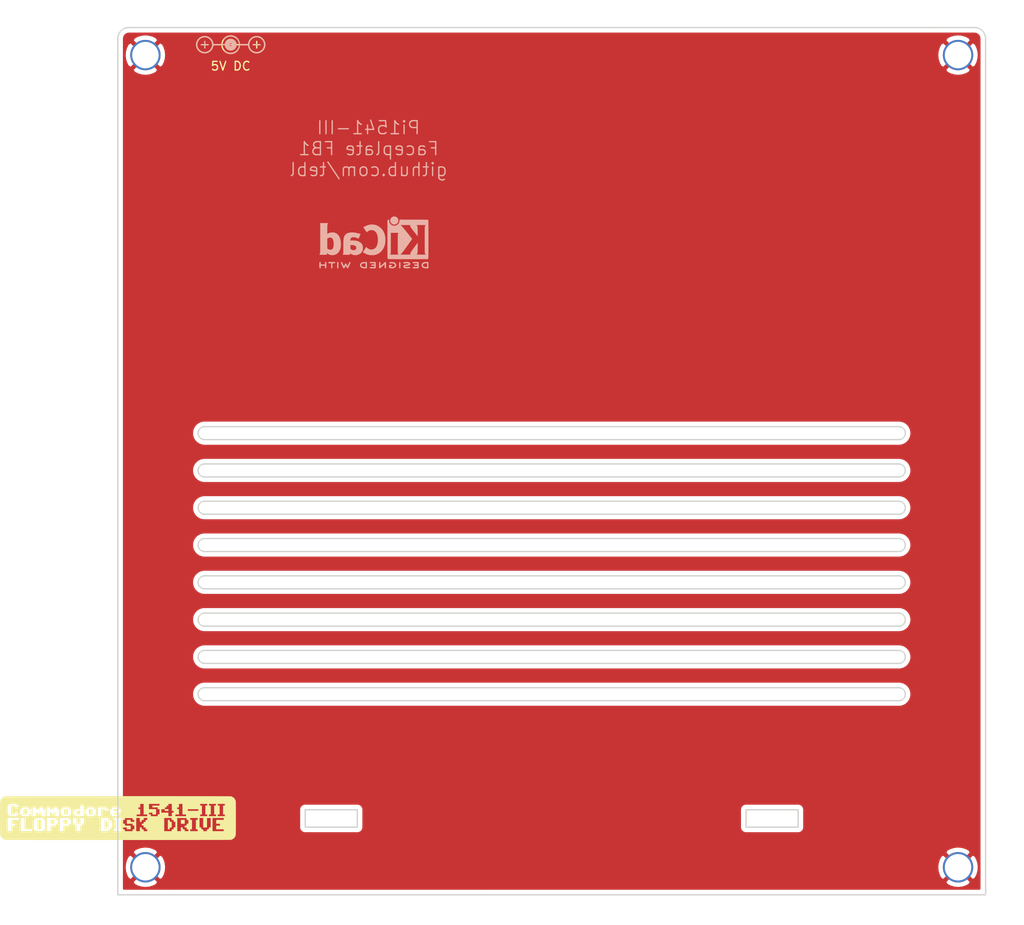
<source format=kicad_pcb>
(kicad_pcb (version 20171130) (host pcbnew "(5.1.8)-1")

  (general
    (thickness 1.6)
    (drawings 51)
    (tracks 0)
    (zones 0)
    (modules 7)
    (nets 2)
  )

  (page A4)
  (layers
    (0 F.Cu signal)
    (31 B.Cu signal)
    (32 B.Adhes user)
    (33 F.Adhes user)
    (34 B.Paste user)
    (35 F.Paste user)
    (36 B.SilkS user)
    (37 F.SilkS user)
    (38 B.Mask user)
    (39 F.Mask user)
    (40 Dwgs.User user)
    (41 Cmts.User user)
    (42 Eco1.User user)
    (43 Eco2.User user)
    (44 Edge.Cuts user)
    (45 Margin user)
    (46 B.CrtYd user)
    (47 F.CrtYd user)
    (48 B.Fab user)
    (49 F.Fab user)
  )

  (setup
    (last_trace_width 0.25)
    (user_trace_width 0.381)
    (trace_clearance 0.2)
    (zone_clearance 0.508)
    (zone_45_only no)
    (trace_min 0.2)
    (via_size 0.6)
    (via_drill 0.4)
    (via_min_size 0.4)
    (via_min_drill 0.3)
    (user_via 1 0.4)
    (uvia_size 0.3)
    (uvia_drill 0.1)
    (uvias_allowed no)
    (uvia_min_size 0.2)
    (uvia_min_drill 0.1)
    (edge_width 0.15)
    (segment_width 0.2)
    (pcb_text_width 0.3)
    (pcb_text_size 1.5 1.5)
    (mod_edge_width 0.15)
    (mod_text_size 1 1)
    (mod_text_width 0.15)
    (pad_size 1.524 1.524)
    (pad_drill 0.762)
    (pad_to_mask_clearance 0)
    (aux_axis_origin 0 0)
    (visible_elements 7FFFFFFF)
    (pcbplotparams
      (layerselection 0x011fc_ffffffff)
      (usegerberextensions true)
      (usegerberattributes false)
      (usegerberadvancedattributes false)
      (creategerberjobfile false)
      (excludeedgelayer true)
      (linewidth 0.100000)
      (plotframeref false)
      (viasonmask false)
      (mode 1)
      (useauxorigin false)
      (hpglpennumber 1)
      (hpglpenspeed 20)
      (hpglpendiameter 15.000000)
      (psnegative false)
      (psa4output false)
      (plotreference true)
      (plotvalue true)
      (plotinvisibletext false)
      (padsonsilk false)
      (subtractmaskfromsilk false)
      (outputformat 1)
      (mirror false)
      (drillshape 0)
      (scaleselection 1)
      (outputdirectory "export/"))
  )

  (net 0 "")
  (net 1 "Net-(M1-Pad1)")

  (net_class Default "This is the default net class."
    (clearance 0.2)
    (trace_width 0.25)
    (via_dia 0.6)
    (via_drill 0.4)
    (uvia_dia 0.3)
    (uvia_drill 0.1)
    (add_net "Net-(M1-Pad1)")
  )

  (net_class Power ""
    (clearance 0.381)
    (trace_width 0.381)
    (via_dia 1)
    (via_drill 0.4)
    (uvia_dia 0.3)
    (uvia_drill 0.1)
  )

  (module Pi1541:Pi1541-Decal2 (layer F.Cu) (tedit 0) (tstamp 6409AB60)
    (at 70.18 145.75)
    (fp_text reference G*** (at 0 0) (layer F.SilkS) hide
      (effects (font (size 1.524 1.524) (thickness 0.3)))
    )
    (fp_text value LOGO (at 0.75 0) (layer F.SilkS) hide
      (effects (font (size 1.524 1.524) (thickness 0.3)))
    )
    (fp_poly (pts (xy 0.925917 -2.518009) (xy 1.628489 -2.517883) (xy 2.326849 -2.517687) (xy 3.019161 -2.517422)
      (xy 3.70359 -2.517087) (xy 4.378299 -2.516681) (xy 5.041454 -2.516204) (xy 5.691219 -2.515658)
      (xy 6.325759 -2.515042) (xy 6.943238 -2.514356) (xy 7.541821 -2.513599) (xy 8.119672 -2.512773)
      (xy 8.674956 -2.511876) (xy 9.205837 -2.51091) (xy 9.710481 -2.509873) (xy 10.187051 -2.508766)
      (xy 10.633712 -2.50759) (xy 11.048629 -2.506343) (xy 11.429966 -2.505026) (xy 11.775888 -2.503639)
      (xy 12.084559 -2.502182) (xy 12.354143 -2.500655) (xy 12.582807 -2.499057) (xy 12.768713 -2.49739)
      (xy 12.910027 -2.495653) (xy 13.004912 -2.493845) (xy 13.051535 -2.491968) (xy 13.056273 -2.491179)
      (xy 13.086749 -2.476615) (xy 13.095851 -2.480065) (xy 13.118061 -2.478092) (xy 13.119519 -2.470733)
      (xy 13.141527 -2.446231) (xy 13.195632 -2.421223) (xy 13.246646 -2.407464) (xy 13.268639 -2.389558)
      (xy 13.313941 -2.346116) (xy 13.371155 -2.288769) (xy 13.428886 -2.229146) (xy 13.475736 -2.178876)
      (xy 13.500308 -2.14959) (xy 13.501505 -2.147393) (xy 13.510324 -2.117121) (xy 13.518807 -2.085468)
      (xy 13.539545 -2.043926) (xy 13.556217 -2.034034) (xy 13.569117 -2.018526) (xy 13.56555 -2.010366)
      (xy 13.568597 -1.977635) (xy 13.576126 -1.97112) (xy 13.580745 -1.943491) (xy 13.584913 -1.869752)
      (xy 13.588629 -1.754642) (xy 13.591893 -1.602898) (xy 13.594706 -1.41926) (xy 13.597068 -1.208467)
      (xy 13.598978 -0.975257) (xy 13.600437 -0.724368) (xy 13.601444 -0.46054) (xy 13.601999 -0.18851)
      (xy 13.602103 0.086982) (xy 13.601756 0.361197) (xy 13.600957 0.629398) (xy 13.599707 0.886845)
      (xy 13.598005 1.1288) (xy 13.595852 1.350524) (xy 13.593247 1.547279) (xy 13.590191 1.714325)
      (xy 13.586683 1.846925) (xy 13.582724 1.940339) (xy 13.578313 1.98983) (xy 13.576126 1.996545)
      (xy 13.562131 2.027051) (xy 13.56555 2.035791) (xy 13.563577 2.058001) (xy 13.556217 2.059459)
      (xy 13.534494 2.079945) (xy 13.513759 2.124049) (xy 13.505983 2.165734) (xy 13.506266 2.1681)
      (xy 13.490611 2.188512) (xy 13.449566 2.233175) (xy 13.394152 2.290848) (xy 13.335394 2.350289)
      (xy 13.284313 2.400254) (xy 13.251933 2.429501) (xy 13.246646 2.432889) (xy 13.180183 2.452417)
      (xy 13.132376 2.478129) (xy 13.119519 2.496157) (xy 13.104011 2.509057) (xy 13.095851 2.50549)
      (xy 13.063184 2.508656) (xy 13.056273 2.516603) (xy 13.030779 2.518809) (xy 12.957008 2.520914)
      (xy 12.834844 2.522919) (xy 12.664168 2.524824) (xy 12.444865 2.526629) (xy 12.176817 2.528335)
      (xy 11.859909 2.529942) (xy 11.494022 2.531449) (xy 11.07904 2.532858) (xy 10.614847 2.534169)
      (xy 10.101325 2.535381) (xy 9.538358 2.536495) (xy 8.925829 2.537511) (xy 8.263621 2.53843)
      (xy 7.551617 2.539251) (xy 6.789701 2.539976) (xy 5.977755 2.540603) (xy 5.115664 2.541134)
      (xy 4.203309 2.541568) (xy 3.240574 2.541906) (xy 2.227343 2.542148) (xy 1.163498 2.542294)
      (xy 0.048924 2.542345) (xy 0.012712 2.542345) (xy -1.103475 2.542297) (xy -2.168928 2.542154)
      (xy -3.183764 2.541915) (xy -4.148099 2.54158) (xy -5.062052 2.541149) (xy -5.925737 2.540621)
      (xy -6.739273 2.539997) (xy -7.502775 2.539276) (xy -8.216361 2.538458) (xy -8.880148 2.537542)
      (xy -9.494253 2.536529) (xy -10.058791 2.535418) (xy -10.57388 2.534209) (xy -11.039638 2.532902)
      (xy -11.45618 2.531496) (xy -11.823623 2.529991) (xy -12.142085 2.528387) (xy -12.411681 2.526685)
      (xy -12.63253 2.524883) (xy -12.804747 2.522981) (xy -12.92845 2.520979) (xy -13.003755 2.518877)
      (xy -13.03078 2.516675) (xy -13.030848 2.516603) (xy -13.061324 2.502039) (xy -13.070426 2.50549)
      (xy -13.092636 2.503517) (xy -13.094094 2.496157) (xy -13.115043 2.470373) (xy -13.138589 2.460561)
      (xy -13.185844 2.447649) (xy -13.200514 2.443259) (xy -13.226658 2.423836) (xy -13.275809 2.38008)
      (xy -13.336185 2.323321) (xy -13.396002 2.264886) (xy -13.443475 2.216102) (xy -13.466821 2.188297)
      (xy -13.467524 2.186586) (xy -13.487052 2.120123) (xy -13.512764 2.072316) (xy -13.530793 2.059459)
      (xy -13.543692 2.043951) (xy -13.540125 2.035791) (xy -13.543172 2.00306) (xy -13.550702 1.996545)
      (xy -13.555321 1.968916) (xy -13.559488 1.895177) (xy -13.563204 1.780066) (xy -13.566469 1.628323)
      (xy -13.569282 1.444685) (xy -13.571643 1.233892) (xy -13.573553 1.000681) (xy -13.575012 0.749793)
      (xy -13.576019 0.485964) (xy -13.576574 0.213935) (xy -13.576655 0) (xy -12.687288 0)
      (xy -12.687288 1.525525) (xy -12.255055 1.525525) (xy -12.255055 0.88989) (xy -11.822823 0.88989)
      (xy -11.822823 0.661061) (xy -12.255055 0.661061) (xy -12.255055 0.228828) (xy -11.390591 0.228828)
      (xy -11.390591 0) (xy -11.187188 0) (xy -11.187188 1.525525) (xy -9.890491 1.525525)
      (xy -9.890491 1.296696) (xy -10.754955 1.296696) (xy -10.754955 0.228828) (xy -9.687087 0.228828)
      (xy -9.687087 1.322122) (xy -9.483684 1.322122) (xy -9.483684 1.525525) (xy -8.593794 1.525525)
      (xy -8.186987 1.525525) (xy -7.754755 1.525525) (xy -6.686887 1.525525) (xy -6.254655 1.525525)
      (xy -6.254655 0.891409) (xy -5.606307 0.877177) (xy -5.598488 0.769119) (xy -5.591282 0.701437)
      (xy -5.573323 0.670297) (xy -5.530421 0.661509) (xy -5.49043 0.661061) (xy -5.390191 0.661061)
      (xy -5.390191 0.228828) (xy -5.49043 0.228828) (xy -5.553396 0.226339) (xy -5.583507 0.209408)
      (xy -5.594956 0.163845) (xy -5.598488 0.12077) (xy -5.606307 0.012712) (xy -6.607205 0)
      (xy -5.186787 0) (xy -5.186787 0.661061) (xy -5.086547 0.661061) (xy -5.023582 0.66355)
      (xy -4.993471 0.680481) (xy -4.982022 0.726044) (xy -4.978489 0.769119) (xy -4.9711 0.83699)
      (xy -4.951908 0.869353) (xy -4.905683 0.881434) (xy -4.862613 0.884995) (xy -4.754555 0.892813)
      (xy -4.754555 1.525525) (xy -4.322323 1.525525) (xy -4.322323 0.892813) (xy -4.214265 0.884995)
      (xy -4.146393 0.877606) (xy -4.114031 0.858413) (xy -4.101949 0.812189) (xy -4.098388 0.769119)
      (xy -4.091182 0.701437) (xy -4.073223 0.670297) (xy -4.030321 0.661509) (xy -3.99033 0.661061)
      (xy -3.89009 0.661061) (xy -3.89009 0) (xy -1.957758 0) (xy -1.957758 1.525525)
      (xy -1.093294 1.525525) (xy -1.093294 1.425285) (xy -1.090804 1.36232) (xy -1.073873 1.332209)
      (xy -1.02831 1.32076) (xy -0.985236 1.317227) (xy -0.917364 1.309838) (xy -0.885002 1.290646)
      (xy -0.87292 1.244421) (xy -0.869359 1.201351) (xy -0.862153 1.133669) (xy -0.844194 1.10253)
      (xy -0.801292 1.093741) (xy -0.761301 1.093293) (xy -0.661061 1.093293) (xy -0.661061 0.432232)
      (xy -0.864465 0.432232) (xy -0.864465 0.228828) (xy -1.093294 0.228828) (xy -1.093294 0)
      (xy -0.457658 0) (xy -0.457658 0.228828) (xy -0.254255 0.228828) (xy -0.254255 1.296696)
      (xy -0.457658 1.296696) (xy -0.457658 1.525525) (xy 0.406806 1.525525) (xy 0.406806 1.296696)
      (xy 0.203403 1.296696) (xy 0.203403 0.228828) (xy 0.406806 0.228828) (xy 0.61021 0.228828)
      (xy 0.61021 0.661061) (xy 0.71045 0.661061) (xy 0.773415 0.66355) (xy 0.803526 0.680481)
      (xy 0.814975 0.726044) (xy 0.818508 0.769119) (xy 0.826326 0.877177) (xy 1.474674 0.891409)
      (xy 1.474674 1.296696) (xy 1.042442 1.296696) (xy 1.042442 1.093293) (xy 0.61021 1.093293)
      (xy 0.61021 1.322122) (xy 0.813613 1.322122) (xy 0.813613 1.525525) (xy 1.703503 1.525525)
      (xy 1.703503 1.322122) (xy 1.906907 1.322122) (xy 1.906907 0.864464) (xy 1.703503 0.864464)
      (xy 1.703503 0.661061) (xy 1.042442 0.661061) (xy 1.042442 0.228828) (xy 1.474674 0.228828)
      (xy 1.474674 0.457657) (xy 1.906907 0.457657) (xy 1.906907 0.228828) (xy 1.806667 0.228828)
      (xy 1.743702 0.226339) (xy 1.71359 0.209408) (xy 1.702141 0.163845) (xy 1.698609 0.12077)
      (xy 1.69079 0.012712) (xy 0.826326 0.012712) (xy 0.818508 0.12077) (xy 0.811301 0.188452)
      (xy 0.793343 0.219592) (xy 0.75044 0.22838) (xy 0.71045 0.228828) (xy 0.61021 0.228828)
      (xy 0.406806 0.228828) (xy 0.406806 0) (xy 2.11031 0) (xy 2.11031 1.525525)
      (xy 2.542542 1.525525) (xy 2.542542 1.093293) (xy 2.642782 1.093293) (xy 2.705747 1.095783)
      (xy 2.735859 1.112713) (xy 2.747308 1.158276) (xy 2.75084 1.201351) (xy 2.758229 1.269222)
      (xy 2.777422 1.301585) (xy 2.823646 1.313666) (xy 2.866716 1.317227) (xy 2.934398 1.324434)
      (xy 2.965538 1.342393) (xy 2.974326 1.385295) (xy 2.974774 1.425285) (xy 2.974774 1.525525)
      (xy 3.407007 1.525525) (xy 3.407007 1.296696) (xy 3.203603 1.296696) (xy 3.203603 1.093293)
      (xy 2.974774 1.093293) (xy 2.974774 0.864464) (xy 2.771371 0.864464) (xy 2.771371 0.661061)
      (xy 2.873073 0.661061) (xy 2.93817 0.658588) (xy 2.967096 0.641525) (xy 2.97453 0.595403)
      (xy 2.974774 0.560821) (xy 2.977264 0.497856) (xy 2.994195 0.467744) (xy 3.039758 0.456295)
      (xy 3.082833 0.452763) (xy 3.150704 0.445374) (xy 3.183066 0.426181) (xy 3.195148 0.379957)
      (xy 3.198709 0.336887) (xy 3.205915 0.269204) (xy 3.223874 0.238065) (xy 3.266776 0.229277)
      (xy 3.306767 0.228828) (xy 3.407007 0.228828) (xy 3.407007 0) (xy 5.339339 0)
      (xy 5.339339 1.525525) (xy 6.203803 1.525525) (xy 6.839439 1.525525) (xy 7.271671 1.525525)
      (xy 7.271671 1.093293) (xy 7.371911 1.093293) (xy 7.434876 1.095783) (xy 7.464988 1.112713)
      (xy 7.476437 1.158276) (xy 7.479969 1.201351) (xy 7.487358 1.269222) (xy 7.506551 1.301585)
      (xy 7.552775 1.313666) (xy 7.595846 1.317227) (xy 7.663528 1.324434) (xy 7.694667 1.342393)
      (xy 7.703455 1.385295) (xy 7.703904 1.425285) (xy 7.703904 1.525525) (xy 8.136136 1.525525)
      (xy 8.136136 1.296696) (xy 7.932732 1.296696) (xy 7.932732 1.093293) (xy 7.703904 1.093293)
      (xy 7.703904 0.993053) (xy 7.706393 0.930088) (xy 7.723324 0.899977) (xy 7.768887 0.888527)
      (xy 7.811962 0.884995) (xy 7.879833 0.877606) (xy 7.912196 0.858413) (xy 7.924277 0.812189)
      (xy 7.927838 0.769119) (xy 7.935045 0.701437) (xy 7.953003 0.670297) (xy 7.995905 0.661509)
      (xy 8.035896 0.661061) (xy 8.136136 0.661061) (xy 8.136136 0.228828) (xy 8.035896 0.228828)
      (xy 7.972931 0.226339) (xy 7.942819 0.209408) (xy 7.93137 0.163845) (xy 7.927838 0.12077)
      (xy 7.92002 0.012712) (xy 7.379729 0.00585) (xy 6.919121 0) (xy 8.339539 0)
      (xy 8.339539 0.228828) (xy 8.542943 0.228828) (xy 8.542943 1.296696) (xy 8.339539 1.296696)
      (xy 8.339539 1.525525) (xy 9.204004 1.525525) (xy 9.204004 1.296696) (xy 9.0006 1.296696)
      (xy 9.0006 0.228828) (xy 9.204004 0.228828) (xy 9.204004 0) (xy 9.407407 0)
      (xy 9.407407 1.093293) (xy 9.507647 1.093293) (xy 9.570612 1.095783) (xy 9.600723 1.112713)
      (xy 9.612173 1.158276) (xy 9.615705 1.201351) (xy 9.623094 1.269222) (xy 9.642287 1.301585)
      (xy 9.688511 1.313666) (xy 9.731581 1.317227) (xy 9.799263 1.324434) (xy 9.830403 1.342393)
      (xy 9.839191 1.385295) (xy 9.839639 1.425285) (xy 9.839639 1.525525) (xy 10.271872 1.525525)
      (xy 10.271872 1.425285) (xy 10.274361 1.36232) (xy 10.291292 1.332209) (xy 10.336855 1.32076)
      (xy 10.37993 1.317227) (xy 10.447801 1.309838) (xy 10.480164 1.290646) (xy 10.492245 1.244421)
      (xy 10.495806 1.201351) (xy 10.503013 1.133669) (xy 10.520971 1.10253) (xy 10.563873 1.093741)
      (xy 10.603864 1.093293) (xy 10.704104 1.093293) (xy 10.704104 0) (xy 10.907507 0)
      (xy 10.907507 1.525525) (xy 12.204204 1.525525) (xy 12.204204 1.296696) (xy 11.339739 1.296696)
      (xy 11.339739 0.88989) (xy 11.771972 0.88989) (xy 11.771972 0.661061) (xy 11.339739 0.661061)
      (xy 11.339739 0.228828) (xy 12.204204 0.228828) (xy 12.204204 0) (xy 10.907507 0)
      (xy 10.704104 0) (xy 10.271872 0) (xy 10.271872 1.093293) (xy 9.839639 1.093293)
      (xy 9.839639 0) (xy 9.407407 0) (xy 9.204004 0) (xy 8.339539 0)
      (xy 6.919121 0) (xy 6.839439 -0.001012) (xy 6.839439 1.525525) (xy 6.203803 1.525525)
      (xy 6.203803 1.425285) (xy 6.206293 1.36232) (xy 6.223224 1.332209) (xy 6.268787 1.32076)
      (xy 6.311862 1.317227) (xy 6.379733 1.309838) (xy 6.412096 1.290646) (xy 6.424177 1.244421)
      (xy 6.427738 1.201351) (xy 6.434944 1.133669) (xy 6.452903 1.10253) (xy 6.495805 1.093741)
      (xy 6.535796 1.093293) (xy 6.636036 1.093293) (xy 6.636036 0.432232) (xy 6.432632 0.432232)
      (xy 6.432632 0.228828) (xy 6.203803 0.228828) (xy 6.203803 0) (xy 5.339339 0)
      (xy 3.407007 0) (xy 2.974774 0) (xy 2.974774 0.228828) (xy 2.745946 0.228828)
      (xy 2.745946 0.432232) (xy 2.542542 0.432232) (xy 2.542542 0) (xy 2.11031 0)
      (xy 0.406806 0) (xy -0.457658 0) (xy -1.093294 0) (xy -1.957758 0)
      (xy -3.89009 0) (xy -4.322323 0) (xy -4.322323 0.661061) (xy -4.754555 0.661061)
      (xy -4.754555 0) (xy -5.186787 0) (xy -6.607205 0) (xy -6.686887 -0.001012)
      (xy -6.686887 1.525525) (xy -7.754755 1.525525) (xy -7.754755 0.891409) (xy -7.106407 0.877177)
      (xy -7.098588 0.769119) (xy -7.091382 0.701437) (xy -7.073423 0.670297) (xy -7.030521 0.661509)
      (xy -6.99053 0.661061) (xy -6.890291 0.661061) (xy -6.890291 0.228828) (xy -6.99053 0.228828)
      (xy -7.053496 0.226339) (xy -7.083607 0.209408) (xy -7.095056 0.163845) (xy -7.098588 0.12077)
      (xy -7.106407 0.012712) (xy -8.186987 -0.001012) (xy -8.186987 1.525525) (xy -8.593794 1.525525)
      (xy -8.593794 1.322122) (xy -8.390391 1.322122) (xy -8.390391 0.228828) (xy -8.490631 0.228828)
      (xy -8.553596 0.226339) (xy -8.583707 0.209408) (xy -8.595156 0.163845) (xy -8.598689 0.12077)
      (xy -8.606507 0.012712) (xy -9.470971 0.012712) (xy -9.47879 0.12077) (xy -9.485996 0.188452)
      (xy -9.503955 0.219592) (xy -9.546857 0.22838) (xy -9.586848 0.228828) (xy -9.687087 0.228828)
      (xy -10.754955 0.228828) (xy -10.754955 0) (xy -11.187188 0) (xy -11.390591 0)
      (xy -12.687288 0) (xy -13.576655 0) (xy -13.576679 -0.061557) (xy -13.576331 -0.335773)
      (xy -13.575532 -0.603973) (xy -13.574282 -0.86142) (xy -13.57258 -1.103375) (xy -13.570427 -1.325099)
      (xy -13.56912 -1.423824) (xy -12.687288 -1.423824) (xy -12.687288 -0.406807) (xy -12.483884 -0.406807)
      (xy -12.483884 -0.203404) (xy -11.670271 -0.203404) (xy -11.670271 -0.406807) (xy -11.466867 -0.406807)
      (xy -11.466867 -0.610211) (xy -11.873674 -0.610211) (xy -11.873674 -0.406807) (xy -12.280481 -0.406807)
      (xy -12.280481 -1.017017) (xy -11.263464 -1.017017) (xy -11.263464 -0.406807) (xy -11.06006 -0.406807)
      (xy -11.06006 -0.203404) (xy -10.246447 -0.203404) (xy -10.246447 -0.406807) (xy -10.043043 -0.406807)
      (xy -10.043043 -1.017017) (xy -10.246447 -1.017017) (xy -10.246447 -1.220421) (xy -9.83964 -1.220421)
      (xy -9.83964 -0.203404) (xy -9.432833 -0.203404) (xy -9.432833 -0.610211) (xy -9.22943 -0.610211)
      (xy -9.22943 -0.406807) (xy -9.026026 -0.406807) (xy -9.026026 -0.610211) (xy -8.822623 -0.610211)
      (xy -8.822623 -0.203404) (xy -8.415816 -0.203404) (xy -8.415816 -1.017017) (xy -8.61922 -1.017017)
      (xy -8.61922 -1.220421) (xy -8.212413 -1.220421) (xy -8.212413 -0.203404) (xy -7.805606 -0.203404)
      (xy -7.805606 -0.610211) (xy -7.602203 -0.610211) (xy -7.602203 -0.406807) (xy -7.398799 -0.406807)
      (xy -7.398799 -0.610211) (xy -7.195396 -0.610211) (xy -7.195396 -0.203404) (xy -6.788589 -0.203404)
      (xy -6.788589 -1.017017) (xy -6.585186 -1.017017) (xy -6.585186 -0.406807) (xy -6.381782 -0.406807)
      (xy -6.381782 -0.203404) (xy -5.568168 -0.203404) (xy -5.568168 -0.406807) (xy -5.364765 -0.406807)
      (xy -5.364765 -0.813614) (xy -5.161362 -0.813614) (xy -5.161362 -0.406807) (xy -4.957958 -0.406807)
      (xy -4.957958 -0.203404) (xy -3.940941 -0.203404) (xy -3.940941 -1.017017) (xy -3.737538 -1.017017)
      (xy -3.737538 -0.406807) (xy -3.534134 -0.406807) (xy -3.534134 -0.203404) (xy -2.720521 -0.203404)
      (xy -2.720521 -0.406807) (xy -2.517117 -0.406807) (xy -2.517117 -1.017017) (xy -2.720521 -1.017017)
      (xy -2.720521 -1.220421) (xy -2.313714 -1.220421) (xy -2.313714 -0.203404) (xy -1.906907 -0.203404)
      (xy -1.906907 -1.017017) (xy -1.5001 -1.017017) (xy -1.5001 -0.813614) (xy -1.093294 -0.813614)
      (xy -1.093294 -1.017017) (xy -0.88989 -1.017017) (xy -0.88989 -0.406807) (xy -0.686487 -0.406807)
      (xy -0.686487 -0.203404) (xy 0.127127 -0.203404) (xy 0.127127 -0.406807) (xy 2.161161 -0.406807)
      (xy 2.161161 -0.203404) (xy 3.381581 -0.203404) (xy 3.381581 -0.406807) (xy 2.974774 -0.406807)
      (xy 2.974774 -1.627228) (xy 3.584985 -1.627228) (xy 3.584985 -1.017017) (xy 4.398598 -1.017017)
      (xy 4.398598 -0.406807) (xy 3.991791 -0.406807) (xy 3.991791 -0.610211) (xy 3.584985 -0.610211)
      (xy 3.584985 -0.406807) (xy 3.788388 -0.406807) (xy 3.788388 -0.203404) (xy 4.602002 -0.203404)
      (xy 4.602002 -0.406807) (xy 4.805405 -0.406807) (xy 4.805405 -1.017017) (xy 5.008808 -1.017017)
      (xy 5.008808 -0.610211) (xy 5.822422 -0.610211) (xy 5.822422 -0.203404) (xy 6.229229 -0.203404)
      (xy 6.229229 -0.406807) (xy 6.636036 -0.406807) (xy 6.636036 -0.203404) (xy 7.856456 -0.203404)
      (xy 7.856456 -0.406807) (xy 7.449649 -0.406807) (xy 7.449649 -1.017017) (xy 8.05986 -1.017017)
      (xy 8.05986 -0.813614) (xy 9.28028 -0.813614) (xy 9.28028 -1.017017) (xy 8.05986 -1.017017)
      (xy 7.449649 -1.017017) (xy 7.449649 -1.627228) (xy 9.483683 -1.627228) (xy 9.483683 -1.423824)
      (xy 9.687087 -1.423824) (xy 9.687087 -0.406807) (xy 9.483683 -0.406807) (xy 9.483683 -0.203404)
      (xy 10.297297 -0.203404) (xy 10.297297 -0.406807) (xy 10.093894 -0.406807) (xy 10.093894 -1.423824)
      (xy 10.297297 -1.423824) (xy 10.297297 -1.627228) (xy 10.5007 -1.627228) (xy 10.5007 -1.423824)
      (xy 10.704104 -1.423824) (xy 10.704104 -0.406807) (xy 10.5007 -0.406807) (xy 10.5007 -0.203404)
      (xy 11.314314 -0.203404) (xy 11.314314 -0.406807) (xy 11.110911 -0.406807) (xy 11.110911 -1.423824)
      (xy 11.314314 -1.423824) (xy 11.314314 -1.627228) (xy 11.517717 -1.627228) (xy 11.517717 -1.423824)
      (xy 11.721121 -1.423824) (xy 11.721121 -0.406807) (xy 11.517717 -0.406807) (xy 11.517717 -0.203404)
      (xy 12.331331 -0.203404) (xy 12.331331 -0.406807) (xy 12.127928 -0.406807) (xy 12.127928 -1.423824)
      (xy 12.331331 -1.423824) (xy 12.331331 -1.627228) (xy 11.517717 -1.627228) (xy 11.314314 -1.627228)
      (xy 10.5007 -1.627228) (xy 10.297297 -1.627228) (xy 9.483683 -1.627228) (xy 7.449649 -1.627228)
      (xy 7.042843 -1.627228) (xy 7.042843 -1.220421) (xy 6.839439 -1.220421) (xy 6.839439 -1.017017)
      (xy 7.042843 -1.017017) (xy 7.042843 -0.406807) (xy 6.636036 -0.406807) (xy 6.229229 -0.406807)
      (xy 6.229229 -0.610211) (xy 6.432632 -0.610211) (xy 6.432632 -0.813614) (xy 6.229229 -0.813614)
      (xy 6.229229 -1.627228) (xy 5.822422 -1.627228) (xy 5.822422 -1.423824) (xy 5.619019 -1.423824)
      (xy 5.619019 -1.220421) (xy 5.415615 -1.220421) (xy 5.415615 -1.017017) (xy 5.008808 -1.017017)
      (xy 4.805405 -1.017017) (xy 4.602002 -1.017017) (xy 4.602002 -1.220421) (xy 3.991791 -1.220421)
      (xy 3.991791 -1.423824) (xy 4.805405 -1.423824) (xy 4.805405 -1.627228) (xy 3.584985 -1.627228)
      (xy 2.974774 -1.627228) (xy 2.567968 -1.627228) (xy 2.567968 -1.220421) (xy 2.364564 -1.220421)
      (xy 2.364564 -1.017017) (xy 2.567968 -1.017017) (xy 2.567968 -0.406807) (xy 2.161161 -0.406807)
      (xy 0.127127 -0.406807) (xy -0.483083 -0.406807) (xy -0.483083 -0.610211) (xy 0.33053 -0.610211)
      (xy 0.33053 -1.017017) (xy 0.127127 -1.017017) (xy 0.127127 -1.220421) (xy -0.686487 -1.220421)
      (xy -0.686487 -1.017017) (xy -0.88989 -1.017017) (xy -1.093294 -1.017017) (xy -1.296697 -1.017017)
      (xy -1.296697 -1.220421) (xy -2.313714 -1.220421) (xy -2.720521 -1.220421) (xy -3.534134 -1.220421)
      (xy -3.534134 -1.017017) (xy -3.737538 -1.017017) (xy -3.940941 -1.017017) (xy -3.940941 -1.423824)
      (xy -4.347748 -1.423824) (xy -4.347748 -1.017017) (xy -4.957958 -1.017017) (xy -4.957958 -0.813614)
      (xy -5.161362 -0.813614) (xy -5.364765 -0.813614) (xy -5.364765 -1.017017) (xy -5.568168 -1.017017)
      (xy -5.568168 -1.220421) (xy -6.381782 -1.220421) (xy -6.381782 -1.017017) (xy -6.585186 -1.017017)
      (xy -6.788589 -1.017017) (xy -6.991992 -1.017017) (xy -6.991992 -1.220421) (xy -7.398799 -1.220421)
      (xy -7.398799 -1.017017) (xy -7.805606 -1.017017) (xy -7.805606 -1.220421) (xy -8.212413 -1.220421)
      (xy -8.61922 -1.220421) (xy -9.026026 -1.220421) (xy -9.026026 -1.017017) (xy -9.432833 -1.017017)
      (xy -9.432833 -1.220421) (xy -9.83964 -1.220421) (xy -10.246447 -1.220421) (xy -11.06006 -1.220421)
      (xy -11.06006 -1.017017) (xy -11.263464 -1.017017) (xy -12.280481 -1.017017) (xy -12.280481 -1.423824)
      (xy -11.873674 -1.423824) (xy -11.873674 -1.220421) (xy -11.466867 -1.220421) (xy -11.466867 -1.423824)
      (xy -11.670271 -1.423824) (xy -11.670271 -1.627228) (xy -12.483884 -1.627228) (xy -12.483884 -1.423824)
      (xy -12.687288 -1.423824) (xy -13.56912 -1.423824) (xy -13.567822 -1.521854) (xy -13.564766 -1.688901)
      (xy -13.561259 -1.8215) (xy -13.557299 -1.914915) (xy -13.552889 -1.964405) (xy -13.550702 -1.97112)
      (xy -13.536706 -2.001627) (xy -13.540125 -2.010366) (xy -13.538152 -2.032576) (xy -13.530793 -2.034034)
      (xy -13.509069 -2.054521) (xy -13.488335 -2.098624) (xy -13.480559 -2.140309) (xy -13.480841 -2.142675)
      (xy -13.465187 -2.163087) (xy -13.424141 -2.207751) (xy -13.368727 -2.265424) (xy -13.309969 -2.324864)
      (xy -13.258888 -2.374829) (xy -13.226509 -2.404076) (xy -13.221222 -2.407464) (xy -13.154758 -2.426992)
      (xy -13.106951 -2.452704) (xy -13.094094 -2.470733) (xy -13.078586 -2.483632) (xy -13.070426 -2.480065)
      (xy -13.037759 -2.483232) (xy -13.030848 -2.491179) (xy -13.004529 -2.493085) (xy -12.929194 -2.494921)
      (xy -12.80668 -2.496687) (xy -12.638821 -2.498383) (xy -12.427453 -2.500009) (xy -12.174412 -2.501565)
      (xy -11.881532 -2.50305) (xy -11.55065 -2.504466) (xy -11.1836 -2.505812) (xy -10.782219 -2.507087)
      (xy -10.348341 -2.508293) (xy -9.883803 -2.509428) (xy -9.390439 -2.510493) (xy -8.870085 -2.511489)
      (xy -8.324576 -2.512414) (xy -7.755749 -2.513269) (xy -7.165438 -2.514054) (xy -6.555478 -2.514769)
      (xy -5.927706 -2.515414) (xy -5.283957 -2.515989) (xy -4.626066 -2.516494) (xy -3.955868 -2.516929)
      (xy -3.2752 -2.517292) (xy -2.585896 -2.517587) (xy -1.889791 -2.517812) (xy -1.188723 -2.517966)
      (xy -0.484525 -2.51805) (xy 0.220967 -2.518065) (xy 0.925917 -2.518009)) (layer F.SilkS) (width 0.01))
    (fp_poly (pts (xy -13.367418 2.311789) (xy -13.321781 2.354041) (xy -13.298331 2.3797) (xy -13.297498 2.381709)
      (xy -13.306849 2.388301) (xy -13.338264 2.361017) (xy -13.375698 2.32007) (xy -13.437338 2.25015)
      (xy -13.367418 2.311789)) (layer F.SilkS) (width 0.01))
    (fp_poly (pts (xy 13.439606 2.278827) (xy 13.406927 2.318082) (xy 13.399199 2.326426) (xy 13.355698 2.369188)
      (xy 13.328308 2.389683) (xy 13.326771 2.38999) (xy 13.333366 2.374025) (xy 13.366045 2.33477)
      (xy 13.373773 2.326426) (xy 13.417274 2.283664) (xy 13.444664 2.263169) (xy 13.446201 2.262862)
      (xy 13.439606 2.278827)) (layer F.SilkS) (width 0.01))
    (fp_poly (pts (xy -13.307942 -2.348601) (xy -13.34062 -2.309345) (xy -13.348349 -2.301001) (xy -13.391849 -2.258239)
      (xy -13.419239 -2.237744) (xy -13.420776 -2.237438) (xy -13.414181 -2.253402) (xy -13.381503 -2.292658)
      (xy -13.373774 -2.301001) (xy -13.330273 -2.343764) (xy -13.302884 -2.364258) (xy -13.301347 -2.364565)
      (xy -13.307942 -2.348601)) (layer F.SilkS) (width 0.01))
    (fp_poly (pts (xy 13.38013 -2.315638) (xy 13.425767 -2.273386) (xy 13.449217 -2.247727) (xy 13.45005 -2.245719)
      (xy 13.440699 -2.239126) (xy 13.409284 -2.26641) (xy 13.371849 -2.307358) (xy 13.31021 -2.377278)
      (xy 13.38013 -2.315638)) (layer F.SilkS) (width 0.01))
    (fp_poly (pts (xy -8.822623 1.296696) (xy -9.254855 1.296696) (xy -9.254855 0.228828) (xy -8.822623 0.228828)
      (xy -8.822623 1.296696)) (layer F.SilkS) (width 0.01))
    (fp_poly (pts (xy -7.322523 0.661061) (xy -7.754755 0.661061) (xy -7.754755 0.228828) (xy -7.322523 0.228828)
      (xy -7.322523 0.661061)) (layer F.SilkS) (width 0.01))
    (fp_poly (pts (xy -5.822423 0.661061) (xy -6.254655 0.661061) (xy -6.254655 0.228828) (xy -5.822423 0.228828)
      (xy -5.822423 0.661061)) (layer F.SilkS) (width 0.01))
    (fp_poly (pts (xy -1.362321 0.231318) (xy -1.332209 0.248249) (xy -1.32076 0.293812) (xy -1.317228 0.336887)
      (xy -1.309839 0.404758) (xy -1.290646 0.43712) (xy -1.244422 0.449202) (xy -1.201352 0.452763)
      (xy -1.093294 0.460581) (xy -1.093294 1.093293) (xy -1.322122 1.093293) (xy -1.322122 1.296696)
      (xy -1.525526 1.296696) (xy -1.525526 0.228828) (xy -1.425286 0.228828) (xy -1.362321 0.231318)) (layer F.SilkS) (width 0.01))
    (fp_poly (pts (xy 5.934776 0.231318) (xy 5.964888 0.248249) (xy 5.976337 0.293812) (xy 5.979869 0.336887)
      (xy 5.987258 0.404758) (xy 6.006451 0.43712) (xy 6.052675 0.449202) (xy 6.095745 0.452763)
      (xy 6.203803 0.460581) (xy 6.203803 1.093293) (xy 5.974975 1.093293) (xy 5.974975 1.296696)
      (xy 5.771571 1.296696) (xy 5.771571 0.228828) (xy 5.871811 0.228828) (xy 5.934776 0.231318)) (layer F.SilkS) (width 0.01))
    (fp_poly (pts (xy 7.703904 0.661061) (xy 7.271671 0.661061) (xy 7.271671 0.228828) (xy 7.703904 0.228828)
      (xy 7.703904 0.661061)) (layer F.SilkS) (width 0.01))
    (fp_poly (pts (xy -10.44985 -0.406807) (xy -10.856657 -0.406807) (xy -10.856657 -1.017017) (xy -10.44985 -1.017017)
      (xy -10.44985 -0.406807)) (layer F.SilkS) (width 0.01))
    (fp_poly (pts (xy -5.771572 -0.406807) (xy -6.178379 -0.406807) (xy -6.178379 -1.017017) (xy -5.771572 -1.017017)
      (xy -5.771572 -0.406807)) (layer F.SilkS) (width 0.01))
    (fp_poly (pts (xy -4.347748 -0.406807) (xy -4.754555 -0.406807) (xy -4.754555 -0.813614) (xy -4.347748 -0.813614)
      (xy -4.347748 -0.406807)) (layer F.SilkS) (width 0.01))
    (fp_poly (pts (xy -2.923924 -0.406807) (xy -3.330731 -0.406807) (xy -3.330731 -1.017017) (xy -2.923924 -1.017017)
      (xy -2.923924 -0.406807)) (layer F.SilkS) (width 0.01))
    (fp_poly (pts (xy -0.076277 -0.813614) (xy -0.483083 -0.813614) (xy -0.483083 -1.017017) (xy -0.076277 -1.017017)
      (xy -0.076277 -0.813614)) (layer F.SilkS) (width 0.01))
    (fp_poly (pts (xy 5.822422 -0.813614) (xy 5.415615 -0.813614) (xy 5.415615 -1.017017) (xy 5.822422 -1.017017)
      (xy 5.822422 -0.813614)) (layer F.SilkS) (width 0.01))
  )

  (module BulkyMIDI-32:PWR_Specification locked (layer F.Cu) (tedit 61EDF347) (tstamp 6201EBE7)
    (at 83.185 56.515)
    (descr "Barrel connector polarity indicator")
    (tags "barrel polarity")
    (attr virtual)
    (fp_text reference REF** (at 0 -2) (layer F.SilkS) hide
      (effects (font (size 1 1) (thickness 0.15)))
    )
    (fp_text value PWR_Spec (at 0 2) (layer F.Fab)
      (effects (font (size 1 1) (thickness 0.15)))
    )
    (fp_line (start 1.0685 0.0635) (end 1.9685 0.0635) (layer B.SilkS) (width 0.15))
    (fp_circle (center 0 0.0635) (end 0.175 0.0635) (layer B.SilkS) (width 0.5))
    (fp_line (start 0 0.0635) (end -2 0.0635) (layer B.SilkS) (width 0.15))
    (fp_circle (center 2.9845 0.0635) (end 3.9095 0.0635) (layer B.SilkS) (width 0.15))
    (fp_circle (center -2.9845 0.0635) (end -2.0595 0.0635) (layer B.SilkS) (width 0.15))
    (fp_line (start 0 0.075) (end 2 0.075) (layer F.SilkS) (width 0.15))
    (fp_line (start -2 0.075) (end -1.1 0.075) (layer F.SilkS) (width 0.15))
    (fp_circle (center -3 0.075) (end -3 1) (layer F.SilkS) (width 0.15))
    (fp_circle (center 3 0.075) (end 3 1) (layer F.SilkS) (width 0.15))
    (fp_circle (center 0 0.075) (end 0 0.25) (layer F.SilkS) (width 0.5))
    (fp_arc (start 0 0.0635) (end -0.75 -0.6115) (angle 270) (layer B.SilkS) (width 0.15))
    (fp_text user + (at -2.9845 0) (layer B.SilkS)
      (effects (font (size 1 1) (thickness 0.15)))
    )
    (fp_text user - (at 2.9845 0) (layer B.SilkS)
      (effects (font (size 1 1) (thickness 0.15)))
    )
    (fp_text user - (at -3 0) (layer F.SilkS)
      (effects (font (size 1 1) (thickness 0.15)))
    )
    (fp_text user + (at 3 0) (layer F.SilkS)
      (effects (font (size 1 1) (thickness 0.15)))
    )
    (fp_arc (start 0 0.075) (end 0.75 0.75) (angle 270) (layer F.SilkS) (width 0.15))
  )

  (module Symbols:KiCad-Logo2_6mm_SilkScreen locked (layer B.Cu) (tedit 0) (tstamp 5EE53D9C)
    (at 99.695 79.375 180)
    (descr "KiCad Logo")
    (tags "Logo KiCad")
    (attr virtual)
    (fp_text reference REF*** (at 0 0) (layer B.SilkS) hide
      (effects (font (size 1 1) (thickness 0.15)) (justify mirror))
    )
    (fp_text value KiCad-Logo2_6mm_SilkScreen (at 0.75 0) (layer B.Fab) hide
      (effects (font (size 1 1) (thickness 0.15)) (justify mirror))
    )
    (fp_poly (pts (xy -2.273043 2.973429) (xy -2.176768 2.949191) (xy -2.090184 2.906359) (xy -2.015373 2.846581)
      (xy -1.954418 2.771506) (xy -1.909399 2.68278) (xy -1.883136 2.58647) (xy -1.877286 2.489205)
      (xy -1.89214 2.395346) (xy -1.92584 2.307489) (xy -1.976528 2.22823) (xy -2.042345 2.160164)
      (xy -2.121434 2.105888) (xy -2.211934 2.067998) (xy -2.2632 2.055574) (xy -2.307698 2.048053)
      (xy -2.341999 2.045081) (xy -2.37496 2.046906) (xy -2.415434 2.053775) (xy -2.448531 2.06075)
      (xy -2.541947 2.092259) (xy -2.625619 2.143383) (xy -2.697665 2.212571) (xy -2.7562 2.298272)
      (xy -2.770148 2.325511) (xy -2.786586 2.361878) (xy -2.796894 2.392418) (xy -2.80246 2.42455)
      (xy -2.804669 2.465693) (xy -2.804948 2.511778) (xy -2.800861 2.596135) (xy -2.787446 2.665414)
      (xy -2.762256 2.726039) (xy -2.722846 2.784433) (xy -2.684298 2.828698) (xy -2.612406 2.894516)
      (xy -2.537313 2.939947) (xy -2.454562 2.96715) (xy -2.376928 2.977424) (xy -2.273043 2.973429)) (layer B.SilkS) (width 0.01))
    (fp_poly (pts (xy 6.186507 0.527755) (xy 6.186526 0.293338) (xy 6.186552 0.080397) (xy 6.186625 -0.112168)
      (xy 6.186782 -0.285459) (xy 6.187064 -0.440576) (xy 6.187509 -0.57862) (xy 6.188156 -0.700692)
      (xy 6.189045 -0.807894) (xy 6.190213 -0.901326) (xy 6.191701 -0.98209) (xy 6.193546 -1.051286)
      (xy 6.195789 -1.110015) (xy 6.198469 -1.159379) (xy 6.201623 -1.200478) (xy 6.205292 -1.234413)
      (xy 6.209513 -1.262286) (xy 6.214327 -1.285198) (xy 6.219773 -1.304249) (xy 6.225888 -1.32054)
      (xy 6.232712 -1.335173) (xy 6.240285 -1.349249) (xy 6.248645 -1.363868) (xy 6.253839 -1.372974)
      (xy 6.288104 -1.433689) (xy 5.429955 -1.433689) (xy 5.429955 -1.337733) (xy 5.429224 -1.29437)
      (xy 5.427272 -1.261205) (xy 5.424463 -1.243424) (xy 5.423221 -1.241778) (xy 5.411799 -1.248662)
      (xy 5.389084 -1.266505) (xy 5.366385 -1.285879) (xy 5.3118 -1.326614) (xy 5.242321 -1.367617)
      (xy 5.16527 -1.405123) (xy 5.087965 -1.435364) (xy 5.057113 -1.445012) (xy 4.988616 -1.459578)
      (xy 4.905764 -1.469539) (xy 4.816371 -1.474583) (xy 4.728248 -1.474396) (xy 4.649207 -1.468666)
      (xy 4.611511 -1.462858) (xy 4.473414 -1.424797) (xy 4.346113 -1.367073) (xy 4.230292 -1.290211)
      (xy 4.126637 -1.194739) (xy 4.035833 -1.081179) (xy 3.969031 -0.970381) (xy 3.914164 -0.853625)
      (xy 3.872163 -0.734276) (xy 3.842167 -0.608283) (xy 3.823311 -0.471594) (xy 3.814732 -0.320158)
      (xy 3.814006 -0.242711) (xy 3.8161 -0.185934) (xy 4.645217 -0.185934) (xy 4.645424 -0.279002)
      (xy 4.648337 -0.366692) (xy 4.654 -0.443772) (xy 4.662455 -0.505009) (xy 4.665038 -0.51735)
      (xy 4.69684 -0.624633) (xy 4.738498 -0.711658) (xy 4.790363 -0.778642) (xy 4.852781 -0.825805)
      (xy 4.9261 -0.853365) (xy 5.010669 -0.861541) (xy 5.106835 -0.850551) (xy 5.170311 -0.834829)
      (xy 5.219454 -0.816639) (xy 5.273583 -0.790791) (xy 5.314244 -0.767089) (xy 5.3848 -0.720721)
      (xy 5.3848 0.42947) (xy 5.317392 0.473038) (xy 5.238867 0.51396) (xy 5.154681 0.540611)
      (xy 5.069557 0.552535) (xy 4.988216 0.549278) (xy 4.91538 0.530385) (xy 4.883426 0.514816)
      (xy 4.825501 0.471819) (xy 4.776544 0.415047) (xy 4.73539 0.342425) (xy 4.700874 0.251879)
      (xy 4.671833 0.141334) (xy 4.670552 0.135467) (xy 4.660381 0.073212) (xy 4.652739 -0.004594)
      (xy 4.64767 -0.09272) (xy 4.645217 -0.185934) (xy 3.8161 -0.185934) (xy 3.821857 -0.029895)
      (xy 3.843802 0.165941) (xy 3.879786 0.344668) (xy 3.929759 0.506155) (xy 3.993668 0.650274)
      (xy 4.071462 0.776894) (xy 4.163089 0.885885) (xy 4.268497 0.977117) (xy 4.313662 1.008068)
      (xy 4.414611 1.064215) (xy 4.517901 1.103826) (xy 4.627989 1.127986) (xy 4.74933 1.137781)
      (xy 4.841836 1.136735) (xy 4.97149 1.125769) (xy 5.084084 1.103954) (xy 5.182875 1.070286)
      (xy 5.271121 1.023764) (xy 5.319986 0.989552) (xy 5.349353 0.967638) (xy 5.371043 0.952667)
      (xy 5.379253 0.948267) (xy 5.380868 0.959096) (xy 5.382159 0.989749) (xy 5.383138 1.037474)
      (xy 5.383817 1.099521) (xy 5.38421 1.173138) (xy 5.38433 1.255573) (xy 5.384188 1.344075)
      (xy 5.383797 1.435893) (xy 5.383171 1.528276) (xy 5.38232 1.618472) (xy 5.38126 1.703729)
      (xy 5.380001 1.781297) (xy 5.378556 1.848424) (xy 5.376938 1.902359) (xy 5.375161 1.94035)
      (xy 5.374669 1.947333) (xy 5.367092 2.017749) (xy 5.355531 2.072898) (xy 5.337792 2.120019)
      (xy 5.311682 2.166353) (xy 5.305415 2.175933) (xy 5.280983 2.212622) (xy 6.186311 2.212622)
      (xy 6.186507 0.527755)) (layer B.SilkS) (width 0.01))
    (fp_poly (pts (xy 2.673574 1.133448) (xy 2.825492 1.113433) (xy 2.960756 1.079798) (xy 3.080239 1.032275)
      (xy 3.184815 0.970595) (xy 3.262424 0.907035) (xy 3.331265 0.832901) (xy 3.385006 0.753129)
      (xy 3.42791 0.660909) (xy 3.443384 0.617839) (xy 3.456244 0.578858) (xy 3.467446 0.542711)
      (xy 3.47712 0.507566) (xy 3.485396 0.47159) (xy 3.492403 0.43295) (xy 3.498272 0.389815)
      (xy 3.503131 0.340351) (xy 3.50711 0.282727) (xy 3.51034 0.215109) (xy 3.512949 0.135666)
      (xy 3.515067 0.042564) (xy 3.516824 -0.066027) (xy 3.518349 -0.191942) (xy 3.519772 -0.337012)
      (xy 3.521025 -0.479778) (xy 3.522351 -0.635968) (xy 3.523556 -0.771239) (xy 3.524766 -0.887246)
      (xy 3.526106 -0.985645) (xy 3.5277 -1.068093) (xy 3.529675 -1.136246) (xy 3.532156 -1.19176)
      (xy 3.535269 -1.236292) (xy 3.539138 -1.271498) (xy 3.543889 -1.299034) (xy 3.549648 -1.320556)
      (xy 3.556539 -1.337722) (xy 3.564689 -1.352186) (xy 3.574223 -1.365606) (xy 3.585266 -1.379638)
      (xy 3.589566 -1.385071) (xy 3.605386 -1.40791) (xy 3.612422 -1.423463) (xy 3.612444 -1.423922)
      (xy 3.601567 -1.426121) (xy 3.570582 -1.428147) (xy 3.521957 -1.429942) (xy 3.458163 -1.431451)
      (xy 3.381669 -1.432616) (xy 3.294944 -1.43338) (xy 3.200457 -1.433686) (xy 3.18955 -1.433689)
      (xy 2.766657 -1.433689) (xy 2.763395 -1.337622) (xy 2.760133 -1.241556) (xy 2.698044 -1.292543)
      (xy 2.600714 -1.360057) (xy 2.490813 -1.414749) (xy 2.404349 -1.444978) (xy 2.335278 -1.459666)
      (xy 2.251925 -1.469659) (xy 2.162159 -1.474646) (xy 2.073845 -1.474313) (xy 1.994851 -1.468351)
      (xy 1.958622 -1.462638) (xy 1.818603 -1.424776) (xy 1.692178 -1.369932) (xy 1.58026 -1.298924)
      (xy 1.483762 -1.212568) (xy 1.4036 -1.111679) (xy 1.340687 -0.997076) (xy 1.296312 -0.870984)
      (xy 1.283978 -0.814401) (xy 1.276368 -0.752202) (xy 1.272739 -0.677363) (xy 1.272245 -0.643467)
      (xy 1.27231 -0.640282) (xy 2.032248 -0.640282) (xy 2.041541 -0.715333) (xy 2.069728 -0.77916)
      (xy 2.118197 -0.834798) (xy 2.123254 -0.839211) (xy 2.171548 -0.874037) (xy 2.223257 -0.89662)
      (xy 2.283989 -0.90854) (xy 2.359352 -0.911383) (xy 2.377459 -0.910978) (xy 2.431278 -0.908325)
      (xy 2.471308 -0.902909) (xy 2.506324 -0.892745) (xy 2.545103 -0.87585) (xy 2.555745 -0.870672)
      (xy 2.616396 -0.834844) (xy 2.663215 -0.792212) (xy 2.675952 -0.776973) (xy 2.720622 -0.720462)
      (xy 2.720622 -0.524586) (xy 2.720086 -0.445939) (xy 2.718396 -0.387988) (xy 2.715428 -0.348875)
      (xy 2.711057 -0.326741) (xy 2.706972 -0.320274) (xy 2.691047 -0.317111) (xy 2.657264 -0.314488)
      (xy 2.61034 -0.312655) (xy 2.554993 -0.311857) (xy 2.546106 -0.311842) (xy 2.42533 -0.317096)
      (xy 2.32266 -0.333263) (xy 2.236106 -0.360961) (xy 2.163681 -0.400808) (xy 2.108751 -0.447758)
      (xy 2.064204 -0.505645) (xy 2.03948 -0.568693) (xy 2.032248 -0.640282) (xy 1.27231 -0.640282)
      (xy 1.274178 -0.549712) (xy 1.282522 -0.470812) (xy 1.298768 -0.39959) (xy 1.324405 -0.328864)
      (xy 1.348401 -0.276493) (xy 1.40702 -0.181196) (xy 1.485117 -0.09317) (xy 1.580315 -0.014017)
      (xy 1.690238 0.05466) (xy 1.81251 0.111259) (xy 1.944755 0.154179) (xy 2.009422 0.169118)
      (xy 2.145604 0.191223) (xy 2.294049 0.205806) (xy 2.445505 0.212187) (xy 2.572064 0.210555)
      (xy 2.73395 0.203776) (xy 2.72653 0.262755) (xy 2.707238 0.361908) (xy 2.676104 0.442628)
      (xy 2.632269 0.505534) (xy 2.574871 0.551244) (xy 2.503048 0.580378) (xy 2.415941 0.593553)
      (xy 2.312686 0.591389) (xy 2.274711 0.587388) (xy 2.13352 0.56222) (xy 1.996707 0.521186)
      (xy 1.902178 0.483185) (xy 1.857018 0.46381) (xy 1.818585 0.44824) (xy 1.792234 0.438595)
      (xy 1.784546 0.436548) (xy 1.774802 0.445626) (xy 1.758083 0.474595) (xy 1.734232 0.523783)
      (xy 1.703093 0.593516) (xy 1.664507 0.684121) (xy 1.65791 0.699911) (xy 1.627853 0.772228)
      (xy 1.600874 0.837575) (xy 1.578136 0.893094) (xy 1.560806 0.935928) (xy 1.550048 0.963219)
      (xy 1.546941 0.972058) (xy 1.55694 0.976813) (xy 1.583217 0.98209) (xy 1.611489 0.985769)
      (xy 1.641646 0.990526) (xy 1.689433 0.999972) (xy 1.750612 1.01318) (xy 1.820946 1.029224)
      (xy 1.896194 1.04718) (xy 1.924755 1.054203) (xy 2.029816 1.079791) (xy 2.11748 1.099853)
      (xy 2.192068 1.115031) (xy 2.257903 1.125965) (xy 2.319307 1.133296) (xy 2.380602 1.137665)
      (xy 2.44611 1.139713) (xy 2.504128 1.140111) (xy 2.673574 1.133448)) (layer B.SilkS) (width 0.01))
    (fp_poly (pts (xy 0.328429 2.050929) (xy 0.48857 2.029755) (xy 0.65251 1.989615) (xy 0.822313 1.930111)
      (xy 1.000043 1.850846) (xy 1.01131 1.845301) (xy 1.069005 1.817275) (xy 1.120552 1.793198)
      (xy 1.162191 1.774751) (xy 1.190162 1.763614) (xy 1.199733 1.761067) (xy 1.21895 1.756059)
      (xy 1.223561 1.751853) (xy 1.218458 1.74142) (xy 1.202418 1.715132) (xy 1.177288 1.675743)
      (xy 1.144914 1.626009) (xy 1.107143 1.568685) (xy 1.065822 1.506524) (xy 1.022798 1.442282)
      (xy 0.979917 1.378715) (xy 0.939026 1.318575) (xy 0.901971 1.26462) (xy 0.8706 1.219603)
      (xy 0.846759 1.186279) (xy 0.832294 1.167403) (xy 0.830309 1.165213) (xy 0.820191 1.169862)
      (xy 0.79785 1.187038) (xy 0.76728 1.21356) (xy 0.751536 1.228036) (xy 0.655047 1.303318)
      (xy 0.548336 1.358759) (xy 0.432832 1.393859) (xy 0.309962 1.40812) (xy 0.240561 1.406949)
      (xy 0.119423 1.389788) (xy 0.010205 1.353906) (xy -0.087418 1.299041) (xy -0.173772 1.22493)
      (xy -0.249185 1.131312) (xy -0.313982 1.017924) (xy -0.351399 0.931333) (xy -0.395252 0.795634)
      (xy -0.427572 0.64815) (xy -0.448443 0.492686) (xy -0.457949 0.333044) (xy -0.456173 0.173027)
      (xy -0.443197 0.016439) (xy -0.419106 -0.132918) (xy -0.383982 -0.27124) (xy -0.337908 -0.394724)
      (xy -0.321627 -0.428978) (xy -0.25338 -0.543064) (xy -0.172921 -0.639557) (xy -0.08143 -0.71767)
      (xy 0.019911 -0.776617) (xy 0.12992 -0.815612) (xy 0.247415 -0.833868) (xy 0.288883 -0.835211)
      (xy 0.410441 -0.82429) (xy 0.530878 -0.791474) (xy 0.648666 -0.737439) (xy 0.762277 -0.662865)
      (xy 0.853685 -0.584539) (xy 0.900215 -0.540008) (xy 1.081483 -0.837271) (xy 1.12658 -0.911433)
      (xy 1.167819 -0.979646) (xy 1.203735 -1.039459) (xy 1.232866 -1.08842) (xy 1.25375 -1.124079)
      (xy 1.264924 -1.143984) (xy 1.266375 -1.147079) (xy 1.258146 -1.156718) (xy 1.232567 -1.173999)
      (xy 1.192873 -1.197283) (xy 1.142297 -1.224934) (xy 1.084074 -1.255315) (xy 1.021437 -1.28679)
      (xy 0.957621 -1.317722) (xy 0.89586 -1.346473) (xy 0.839388 -1.371408) (xy 0.791438 -1.390889)
      (xy 0.767986 -1.399318) (xy 0.634221 -1.437133) (xy 0.496327 -1.462136) (xy 0.348622 -1.47514)
      (xy 0.221833 -1.477468) (xy 0.153878 -1.476373) (xy 0.088277 -1.474275) (xy 0.030847 -1.471434)
      (xy -0.012597 -1.468106) (xy -0.026702 -1.466422) (xy -0.165716 -1.437587) (xy -0.307243 -1.392468)
      (xy -0.444725 -1.33375) (xy -0.571606 -1.26412) (xy -0.649111 -1.211441) (xy -0.776519 -1.103239)
      (xy -0.894822 -0.976671) (xy -1.001828 -0.834866) (xy -1.095348 -0.680951) (xy -1.17319 -0.518053)
      (xy -1.217044 -0.400756) (xy -1.267292 -0.217128) (xy -1.300791 -0.022581) (xy -1.317551 0.178675)
      (xy -1.317584 0.382432) (xy -1.300899 0.584479) (xy -1.267507 0.780608) (xy -1.21742 0.966609)
      (xy -1.213603 0.978197) (xy -1.150719 1.14025) (xy -1.073972 1.288168) (xy -0.980758 1.426135)
      (xy -0.868473 1.558339) (xy -0.824608 1.603601) (xy -0.688466 1.727543) (xy -0.548509 1.830085)
      (xy -0.402589 1.912344) (xy -0.248558 1.975436) (xy -0.084268 2.020477) (xy 0.011289 2.037967)
      (xy 0.170023 2.053534) (xy 0.328429 2.050929)) (layer B.SilkS) (width 0.01))
    (fp_poly (pts (xy -2.9464 2.510946) (xy -2.935535 2.397007) (xy -2.903918 2.289384) (xy -2.853015 2.190385)
      (xy -2.784293 2.102316) (xy -2.699219 2.027484) (xy -2.602232 1.969616) (xy -2.495964 1.929995)
      (xy -2.38895 1.911427) (xy -2.2833 1.912566) (xy -2.181125 1.93207) (xy -2.084534 1.968594)
      (xy -1.995638 2.020795) (xy -1.916546 2.087327) (xy -1.849369 2.166848) (xy -1.796217 2.258013)
      (xy -1.759199 2.359477) (xy -1.740427 2.469898) (xy -1.738489 2.519794) (xy -1.738489 2.607733)
      (xy -1.68656 2.607733) (xy -1.650253 2.604889) (xy -1.623355 2.593089) (xy -1.596249 2.569351)
      (xy -1.557867 2.530969) (xy -1.557867 0.339398) (xy -1.557876 0.077261) (xy -1.557908 -0.163241)
      (xy -1.557972 -0.383048) (xy -1.558076 -0.583101) (xy -1.558227 -0.764344) (xy -1.558434 -0.927716)
      (xy -1.558706 -1.07416) (xy -1.55905 -1.204617) (xy -1.559474 -1.320029) (xy -1.559987 -1.421338)
      (xy -1.560597 -1.509484) (xy -1.561312 -1.58541) (xy -1.56214 -1.650057) (xy -1.563089 -1.704367)
      (xy -1.564167 -1.74928) (xy -1.565383 -1.78574) (xy -1.566745 -1.814687) (xy -1.568261 -1.837063)
      (xy -1.569938 -1.853809) (xy -1.571786 -1.865868) (xy -1.573813 -1.87418) (xy -1.576025 -1.879687)
      (xy -1.577108 -1.881537) (xy -1.581271 -1.888549) (xy -1.584805 -1.894996) (xy -1.588635 -1.9009)
      (xy -1.593682 -1.906286) (xy -1.600871 -1.911178) (xy -1.611123 -1.915598) (xy -1.625364 -1.919572)
      (xy -1.644514 -1.923121) (xy -1.669499 -1.92627) (xy -1.70124 -1.929042) (xy -1.740662 -1.931461)
      (xy -1.788686 -1.933551) (xy -1.846237 -1.935335) (xy -1.914237 -1.936837) (xy -1.99361 -1.93808)
      (xy -2.085279 -1.939089) (xy -2.190166 -1.939885) (xy -2.309196 -1.940494) (xy -2.44329 -1.940939)
      (xy -2.593373 -1.941243) (xy -2.760367 -1.94143) (xy -2.945196 -1.941524) (xy -3.148783 -1.941548)
      (xy -3.37205 -1.941525) (xy -3.615922 -1.94148) (xy -3.881321 -1.941437) (xy -3.919704 -1.941432)
      (xy -4.186682 -1.941389) (xy -4.432002 -1.941318) (xy -4.656583 -1.941213) (xy -4.861345 -1.941066)
      (xy -5.047206 -1.940869) (xy -5.215088 -1.940616) (xy -5.365908 -1.9403) (xy -5.500587 -1.939913)
      (xy -5.620044 -1.939447) (xy -5.725199 -1.938897) (xy -5.816971 -1.938253) (xy -5.896279 -1.937511)
      (xy -5.964043 -1.936661) (xy -6.021182 -1.935697) (xy -6.068617 -1.934611) (xy -6.107266 -1.933397)
      (xy -6.138049 -1.932047) (xy -6.161885 -1.930555) (xy -6.179694 -1.928911) (xy -6.192395 -1.927111)
      (xy -6.200908 -1.925145) (xy -6.205266 -1.923477) (xy -6.213728 -1.919906) (xy -6.221497 -1.91727)
      (xy -6.228602 -1.914634) (xy -6.235073 -1.911062) (xy -6.240939 -1.905621) (xy -6.246229 -1.897375)
      (xy -6.250974 -1.88539) (xy -6.255202 -1.868731) (xy -6.258943 -1.846463) (xy -6.262227 -1.817652)
      (xy -6.265083 -1.781363) (xy -6.26754 -1.736661) (xy -6.269629 -1.682611) (xy -6.271378 -1.618279)
      (xy -6.272817 -1.54273) (xy -6.273976 -1.45503) (xy -6.274883 -1.354243) (xy -6.275569 -1.239434)
      (xy -6.276063 -1.10967) (xy -6.276395 -0.964015) (xy -6.276593 -0.801535) (xy -6.276687 -0.621295)
      (xy -6.276708 -0.42236) (xy -6.276685 -0.203796) (xy -6.276646 0.035332) (xy -6.276622 0.29596)
      (xy -6.276622 0.338111) (xy -6.276636 0.601008) (xy -6.276661 0.842268) (xy -6.276671 1.062835)
      (xy -6.276642 1.263648) (xy -6.276548 1.445651) (xy -6.276362 1.609784) (xy -6.276059 1.756989)
      (xy -6.275614 1.888208) (xy -6.275034 1.998133) (xy -5.972197 1.998133) (xy -5.932407 1.940289)
      (xy -5.921236 1.924521) (xy -5.911166 1.910559) (xy -5.902138 1.897216) (xy -5.894097 1.883307)
      (xy -5.886986 1.867644) (xy -5.880747 1.849042) (xy -5.875325 1.826314) (xy -5.870662 1.798273)
      (xy -5.866701 1.763733) (xy -5.863385 1.721508) (xy -5.860659 1.670411) (xy -5.858464 1.609256)
      (xy -5.856745 1.536856) (xy -5.855444 1.452025) (xy -5.854505 1.353578) (xy -5.85387 1.240326)
      (xy -5.853484 1.111084) (xy -5.853288 0.964666) (xy -5.853227 0.799884) (xy -5.853243 0.615553)
      (xy -5.85328 0.410487) (xy -5.853289 0.287867) (xy -5.853265 0.070918) (xy -5.853231 -0.124642)
      (xy -5.853243 -0.299999) (xy -5.853358 -0.456341) (xy -5.85363 -0.594857) (xy -5.854118 -0.716734)
      (xy -5.854876 -0.82316) (xy -5.855962 -0.915322) (xy -5.857431 -0.994409) (xy -5.85934 -1.061608)
      (xy -5.861744 -1.118107) (xy -5.864701 -1.165093) (xy -5.868266 -1.203755) (xy -5.872495 -1.23528)
      (xy -5.877446 -1.260855) (xy -5.883173 -1.28167) (xy -5.889733 -1.298911) (xy -5.897183 -1.313765)
      (xy -5.905579 -1.327422) (xy -5.914976 -1.341069) (xy -5.925432 -1.355893) (xy -5.931523 -1.364783)
      (xy -5.970296 -1.4224) (xy -5.438732 -1.4224) (xy -5.315483 -1.422365) (xy -5.212987 -1.422215)
      (xy -5.12942 -1.421878) (xy -5.062956 -1.421286) (xy -5.011771 -1.420367) (xy -4.974041 -1.419051)
      (xy -4.94794 -1.417269) (xy -4.931644 -1.414951) (xy -4.923328 -1.412026) (xy -4.921168 -1.408424)
      (xy -4.923339 -1.404075) (xy -4.924535 -1.402645) (xy -4.949685 -1.365573) (xy -4.975583 -1.312772)
      (xy -4.999192 -1.25077) (xy -5.007461 -1.224357) (xy -5.012078 -1.206416) (xy -5.015979 -1.185355)
      (xy -5.019248 -1.159089) (xy -5.021966 -1.125532) (xy -5.024215 -1.082599) (xy -5.026077 -1.028204)
      (xy -5.027636 -0.960262) (xy -5.028972 -0.876688) (xy -5.030169 -0.775395) (xy -5.031308 -0.6543)
      (xy -5.031685 -0.6096) (xy -5.032702 -0.484449) (xy -5.03346 -0.380082) (xy -5.033903 -0.294707)
      (xy -5.03397 -0.226533) (xy -5.033605 -0.173765) (xy -5.032748 -0.134614) (xy -5.031341 -0.107285)
      (xy -5.029325 -0.089986) (xy -5.026643 -0.080926) (xy -5.023236 -0.078312) (xy -5.019044 -0.080351)
      (xy -5.014571 -0.084667) (xy -5.004216 -0.097602) (xy -4.982158 -0.126676) (xy -4.949957 -0.169759)
      (xy -4.909174 -0.224718) (xy -4.86137 -0.289423) (xy -4.808105 -0.361742) (xy -4.75094 -0.439544)
      (xy -4.691437 -0.520698) (xy -4.631155 -0.603072) (xy -4.571655 -0.684536) (xy -4.514498 -0.762957)
      (xy -4.461245 -0.836204) (xy -4.413457 -0.902147) (xy -4.372693 -0.958654) (xy -4.340516 -1.003593)
      (xy -4.318485 -1.034834) (xy -4.313917 -1.041466) (xy -4.290996 -1.078369) (xy -4.264188 -1.126359)
      (xy -4.238789 -1.175897) (xy -4.235568 -1.182577) (xy -4.21389 -1.230772) (xy -4.201304 -1.268334)
      (xy -4.195574 -1.30416) (xy -4.194456 -1.3462) (xy -4.19509 -1.4224) (xy -3.040651 -1.4224)
      (xy -3.131815 -1.328669) (xy -3.178612 -1.278775) (xy -3.228899 -1.222295) (xy -3.274944 -1.168026)
      (xy -3.295369 -1.142673) (xy -3.325807 -1.103128) (xy -3.365862 -1.049916) (xy -3.414361 -0.984667)
      (xy -3.470135 -0.909011) (xy -3.532011 -0.824577) (xy -3.598819 -0.732994) (xy -3.669387 -0.635892)
      (xy -3.742545 -0.534901) (xy -3.817121 -0.43165) (xy -3.891944 -0.327768) (xy -3.965843 -0.224885)
      (xy -4.037646 -0.124631) (xy -4.106184 -0.028636) (xy -4.170284 0.061473) (xy -4.228775 0.144064)
      (xy -4.280486 0.217508) (xy -4.324247 0.280176) (xy -4.358885 0.330439) (xy -4.38323 0.366666)
      (xy -4.396111 0.387229) (xy -4.397869 0.391332) (xy -4.38991 0.402658) (xy -4.369115 0.429838)
      (xy -4.336847 0.471171) (xy -4.29447 0.524956) (xy -4.243347 0.589494) (xy -4.184841 0.663082)
      (xy -4.120314 0.744022) (xy -4.051131 0.830612) (xy -3.978653 0.921152) (xy -3.904246 1.01394)
      (xy -3.844517 1.088298) (xy -2.833511 1.088298) (xy -2.827602 1.075341) (xy -2.813272 1.053092)
      (xy -2.812225 1.051609) (xy -2.793438 1.021456) (xy -2.773791 0.984625) (xy -2.769892 0.976489)
      (xy -2.766356 0.96806) (xy -2.76323 0.957941) (xy -2.760486 0.94474) (xy -2.758092 0.927062)
      (xy -2.756019 0.903516) (xy -2.754235 0.872707) (xy -2.752712 0.833243) (xy -2.751419 0.783731)
      (xy -2.750326 0.722777) (xy -2.749403 0.648989) (xy -2.748619 0.560972) (xy -2.747945 0.457335)
      (xy -2.74735 0.336684) (xy -2.746805 0.197626) (xy -2.746279 0.038768) (xy -2.745745 -0.140089)
      (xy -2.745206 -0.325207) (xy -2.744772 -0.489145) (xy -2.744509 -0.633303) (xy -2.744484 -0.759079)
      (xy -2.744765 -0.867871) (xy -2.745419 -0.961077) (xy -2.746514 -1.040097) (xy -2.748118 -1.106328)
      (xy -2.750297 -1.16117) (xy -2.753119 -1.206021) (xy -2.756651 -1.242278) (xy -2.760961 -1.271341)
      (xy -2.766117 -1.294609) (xy -2.772185 -1.313479) (xy -2.779233 -1.329351) (xy -2.787329 -1.343622)
      (xy -2.79654 -1.357691) (xy -2.80504 -1.370158) (xy -2.822176 -1.396452) (xy -2.832322 -1.414037)
      (xy -2.833511 -1.417257) (xy -2.822604 -1.418334) (xy -2.791411 -1.419335) (xy -2.742223 -1.420235)
      (xy -2.677333 -1.42101) (xy -2.59903 -1.421637) (xy -2.509607 -1.422091) (xy -2.411356 -1.422349)
      (xy -2.342445 -1.4224) (xy -2.237452 -1.42218) (xy -2.14061 -1.421548) (xy -2.054107 -1.420549)
      (xy -1.980132 -1.419227) (xy -1.920874 -1.417626) (xy -1.87852 -1.415791) (xy -1.85526 -1.413765)
      (xy -1.851378 -1.412493) (xy -1.859076 -1.397591) (xy -1.867074 -1.38956) (xy -1.880246 -1.372434)
      (xy -1.897485 -1.342183) (xy -1.909407 -1.317622) (xy -1.936045 -1.258711) (xy -1.93912 -0.081845)
      (xy -1.942195 1.095022) (xy -2.387853 1.095022) (xy -2.48567 1.094858) (xy -2.576064 1.094389)
      (xy -2.65663 1.093653) (xy -2.724962 1.092684) (xy -2.778656 1.09152) (xy -2.815305 1.090197)
      (xy -2.832504 1.088751) (xy -2.833511 1.088298) (xy -3.844517 1.088298) (xy -3.82927 1.107278)
      (xy -3.75509 1.199463) (xy -3.683069 1.288796) (xy -3.614569 1.373576) (xy -3.550955 1.452102)
      (xy -3.493588 1.522674) (xy -3.443833 1.583591) (xy -3.403052 1.633153) (xy -3.385888 1.653822)
      (xy -3.299596 1.754484) (xy -3.222997 1.837741) (xy -3.154183 1.905562) (xy -3.091248 1.959911)
      (xy -3.081867 1.967278) (xy -3.042356 1.997883) (xy -4.174116 1.998133) (xy -4.168827 1.950156)
      (xy -4.17213 1.892812) (xy -4.193661 1.824537) (xy -4.233635 1.744788) (xy -4.278943 1.672505)
      (xy -4.295161 1.64986) (xy -4.323214 1.612304) (xy -4.36143 1.561979) (xy -4.408137 1.501027)
      (xy -4.461661 1.431589) (xy -4.520331 1.355806) (xy -4.582475 1.27582) (xy -4.646421 1.193772)
      (xy -4.710495 1.111804) (xy -4.773027 1.032057) (xy -4.832343 0.956673) (xy -4.886771 0.887793)
      (xy -4.934639 0.827558) (xy -4.974275 0.778111) (xy -5.004006 0.741592) (xy -5.022161 0.720142)
      (xy -5.02522 0.716844) (xy -5.028079 0.724851) (xy -5.030293 0.755145) (xy -5.031857 0.807444)
      (xy -5.032767 0.881469) (xy -5.03302 0.976937) (xy -5.032613 1.093566) (xy -5.031704 1.213555)
      (xy -5.030382 1.345667) (xy -5.028857 1.457406) (xy -5.026881 1.550975) (xy -5.024206 1.628581)
      (xy -5.020582 1.692426) (xy -5.015761 1.744717) (xy -5.009494 1.787656) (xy -5.001532 1.823449)
      (xy -4.991627 1.8543) (xy -4.979531 1.882414) (xy -4.964993 1.909995) (xy -4.950311 1.935034)
      (xy -4.912314 1.998133) (xy -5.972197 1.998133) (xy -6.275034 1.998133) (xy -6.275001 2.004383)
      (xy -6.274195 2.106456) (xy -6.27317 2.195367) (xy -6.2719 2.272059) (xy -6.27036 2.337473)
      (xy -6.268524 2.392551) (xy -6.266367 2.438235) (xy -6.263863 2.475466) (xy -6.260987 2.505187)
      (xy -6.257713 2.528338) (xy -6.254015 2.545861) (xy -6.249869 2.558699) (xy -6.245247 2.567792)
      (xy -6.240126 2.574082) (xy -6.234478 2.578512) (xy -6.228279 2.582022) (xy -6.221504 2.585555)
      (xy -6.215508 2.589124) (xy -6.210275 2.5917) (xy -6.202099 2.594028) (xy -6.189886 2.596122)
      (xy -6.172541 2.597993) (xy -6.148969 2.599653) (xy -6.118077 2.601116) (xy -6.078768 2.602392)
      (xy -6.02995 2.603496) (xy -5.970527 2.604439) (xy -5.899404 2.605233) (xy -5.815488 2.605891)
      (xy -5.717683 2.606425) (xy -5.604894 2.606847) (xy -5.476029 2.607171) (xy -5.329991 2.607408)
      (xy -5.165686 2.60757) (xy -4.98202 2.60767) (xy -4.777897 2.60772) (xy -4.566753 2.607733)
      (xy -2.9464 2.607733) (xy -2.9464 2.510946)) (layer B.SilkS) (width 0.01))
    (fp_poly (pts (xy 6.228823 -2.274533) (xy 6.260202 -2.296776) (xy 6.287911 -2.324485) (xy 6.287911 -2.63392)
      (xy 6.287838 -2.725799) (xy 6.287495 -2.79784) (xy 6.286692 -2.85278) (xy 6.285241 -2.89336)
      (xy 6.282952 -2.922317) (xy 6.279636 -2.942391) (xy 6.275105 -2.956321) (xy 6.269169 -2.966845)
      (xy 6.264514 -2.9731) (xy 6.233783 -2.997673) (xy 6.198496 -3.000341) (xy 6.166245 -2.985271)
      (xy 6.155588 -2.976374) (xy 6.148464 -2.964557) (xy 6.144167 -2.945526) (xy 6.141991 -2.914992)
      (xy 6.141228 -2.868662) (xy 6.141155 -2.832871) (xy 6.141155 -2.698045) (xy 5.644444 -2.698045)
      (xy 5.644444 -2.8207) (xy 5.643931 -2.876787) (xy 5.641876 -2.915333) (xy 5.637508 -2.941361)
      (xy 5.630056 -2.959897) (xy 5.621047 -2.9731) (xy 5.590144 -2.997604) (xy 5.555196 -3.000506)
      (xy 5.521738 -2.983089) (xy 5.512604 -2.973959) (xy 5.506152 -2.961855) (xy 5.501897 -2.943001)
      (xy 5.499352 -2.91362) (xy 5.498029 -2.869937) (xy 5.497443 -2.808175) (xy 5.497375 -2.794)
      (xy 5.496891 -2.677631) (xy 5.496641 -2.581727) (xy 5.496723 -2.504177) (xy 5.497231 -2.442869)
      (xy 5.498262 -2.39569) (xy 5.499913 -2.36053) (xy 5.502279 -2.335276) (xy 5.505457 -2.317817)
      (xy 5.509544 -2.306041) (xy 5.514634 -2.297835) (xy 5.520266 -2.291645) (xy 5.552128 -2.271844)
      (xy 5.585357 -2.274533) (xy 5.616735 -2.296776) (xy 5.629433 -2.311126) (xy 5.637526 -2.326978)
      (xy 5.642042 -2.349554) (xy 5.644006 -2.384078) (xy 5.644444 -2.435776) (xy 5.644444 -2.551289)
      (xy 6.141155 -2.551289) (xy 6.141155 -2.432756) (xy 6.141662 -2.378148) (xy 6.143698 -2.341275)
      (xy 6.148035 -2.317307) (xy 6.155447 -2.301415) (xy 6.163733 -2.291645) (xy 6.195594 -2.271844)
      (xy 6.228823 -2.274533)) (layer B.SilkS) (width 0.01))
    (fp_poly (pts (xy 4.963065 -2.269163) (xy 5.041772 -2.269542) (xy 5.102863 -2.270333) (xy 5.148817 -2.27167)
      (xy 5.182114 -2.273683) (xy 5.205236 -2.276506) (xy 5.220662 -2.280269) (xy 5.230871 -2.285105)
      (xy 5.235813 -2.288822) (xy 5.261457 -2.321358) (xy 5.264559 -2.355138) (xy 5.248711 -2.385826)
      (xy 5.238348 -2.398089) (xy 5.227196 -2.40645) (xy 5.211035 -2.411657) (xy 5.185642 -2.414457)
      (xy 5.146798 -2.415596) (xy 5.09028 -2.415821) (xy 5.07918 -2.415822) (xy 4.933244 -2.415822)
      (xy 4.933244 -2.686756) (xy 4.933148 -2.772154) (xy 4.932711 -2.837864) (xy 4.931712 -2.886774)
      (xy 4.929928 -2.921773) (xy 4.927137 -2.945749) (xy 4.923117 -2.961593) (xy 4.917645 -2.972191)
      (xy 4.910666 -2.980267) (xy 4.877734 -3.000112) (xy 4.843354 -2.998548) (xy 4.812176 -2.975906)
      (xy 4.809886 -2.9731) (xy 4.802429 -2.962492) (xy 4.796747 -2.950081) (xy 4.792601 -2.93285)
      (xy 4.78975 -2.907784) (xy 4.787954 -2.871867) (xy 4.786972 -2.822083) (xy 4.786564 -2.755417)
      (xy 4.786489 -2.679589) (xy 4.786489 -2.415822) (xy 4.647127 -2.415822) (xy 4.587322 -2.415418)
      (xy 4.545918 -2.41384) (xy 4.518748 -2.410547) (xy 4.501646 -2.404992) (xy 4.490443 -2.396631)
      (xy 4.489083 -2.395178) (xy 4.472725 -2.361939) (xy 4.474172 -2.324362) (xy 4.492978 -2.291645)
      (xy 4.50025 -2.285298) (xy 4.509627 -2.280266) (xy 4.523609 -2.276396) (xy 4.544696 -2.273537)
      (xy 4.575389 -2.271535) (xy 4.618189 -2.270239) (xy 4.675595 -2.269498) (xy 4.75011 -2.269158)
      (xy 4.844233 -2.269068) (xy 4.86426 -2.269067) (xy 4.963065 -2.269163)) (layer B.SilkS) (width 0.01))
    (fp_poly (pts (xy 4.188614 -2.275877) (xy 4.212327 -2.290647) (xy 4.238978 -2.312227) (xy 4.238978 -2.633773)
      (xy 4.238893 -2.72783) (xy 4.238529 -2.801932) (xy 4.237724 -2.858704) (xy 4.236313 -2.900768)
      (xy 4.234133 -2.930748) (xy 4.231021 -2.951267) (xy 4.226814 -2.964949) (xy 4.221348 -2.974416)
      (xy 4.217472 -2.979082) (xy 4.186034 -2.999575) (xy 4.150233 -2.998739) (xy 4.118873 -2.981264)
      (xy 4.092222 -2.959684) (xy 4.092222 -2.312227) (xy 4.118873 -2.290647) (xy 4.144594 -2.274949)
      (xy 4.1656 -2.269067) (xy 4.188614 -2.275877)) (layer B.SilkS) (width 0.01))
    (fp_poly (pts (xy 3.744665 -2.271034) (xy 3.764255 -2.278035) (xy 3.76501 -2.278377) (xy 3.791613 -2.298678)
      (xy 3.80627 -2.319561) (xy 3.809138 -2.329352) (xy 3.808996 -2.342361) (xy 3.804961 -2.360895)
      (xy 3.796146 -2.387257) (xy 3.781669 -2.423752) (xy 3.760645 -2.472687) (xy 3.732188 -2.536365)
      (xy 3.695415 -2.617093) (xy 3.675175 -2.661216) (xy 3.638625 -2.739985) (xy 3.604315 -2.812423)
      (xy 3.573552 -2.87588) (xy 3.547648 -2.927708) (xy 3.52791 -2.965259) (xy 3.51565 -2.985884)
      (xy 3.513224 -2.988733) (xy 3.482183 -3.001302) (xy 3.447121 -2.999619) (xy 3.419 -2.984332)
      (xy 3.417854 -2.983089) (xy 3.406668 -2.966154) (xy 3.387904 -2.93317) (xy 3.363875 -2.88838)
      (xy 3.336897 -2.836032) (xy 3.327201 -2.816742) (xy 3.254014 -2.67015) (xy 3.17424 -2.829393)
      (xy 3.145767 -2.884415) (xy 3.11935 -2.932132) (xy 3.097148 -2.968893) (xy 3.081319 -2.991044)
      (xy 3.075954 -2.995741) (xy 3.034257 -3.002102) (xy 2.999849 -2.988733) (xy 2.989728 -2.974446)
      (xy 2.972214 -2.942692) (xy 2.948735 -2.896597) (xy 2.92072 -2.839285) (xy 2.889599 -2.77388)
      (xy 2.856799 -2.703507) (xy 2.82375 -2.631291) (xy 2.791881 -2.560355) (xy 2.762619 -2.493825)
      (xy 2.737395 -2.434826) (xy 2.717636 -2.386481) (xy 2.704772 -2.351915) (xy 2.700231 -2.334253)
      (xy 2.700277 -2.333613) (xy 2.711326 -2.311388) (xy 2.73341 -2.288753) (xy 2.73471 -2.287768)
      (xy 2.761853 -2.272425) (xy 2.786958 -2.272574) (xy 2.796368 -2.275466) (xy 2.807834 -2.281718)
      (xy 2.82001 -2.294014) (xy 2.834357 -2.314908) (xy 2.852336 -2.346949) (xy 2.875407 -2.392688)
      (xy 2.90503 -2.454677) (xy 2.931745 -2.511898) (xy 2.96248 -2.578226) (xy 2.990021 -2.637874)
      (xy 3.012938 -2.687725) (xy 3.029798 -2.724664) (xy 3.039173 -2.745573) (xy 3.04054 -2.748845)
      (xy 3.046689 -2.743497) (xy 3.060822 -2.721109) (xy 3.081057 -2.684946) (xy 3.105515 -2.638277)
      (xy 3.115248 -2.619022) (xy 3.148217 -2.554004) (xy 3.173643 -2.506654) (xy 3.193612 -2.474219)
      (xy 3.21021 -2.453946) (xy 3.225524 -2.443082) (xy 3.24164 -2.438875) (xy 3.252143 -2.4384)
      (xy 3.27067 -2.440042) (xy 3.286904 -2.446831) (xy 3.303035 -2.461566) (xy 3.321251 -2.487044)
      (xy 3.343739 -2.526061) (xy 3.372689 -2.581414) (xy 3.388662 -2.612903) (xy 3.41457 -2.663087)
      (xy 3.437167 -2.704704) (xy 3.454458 -2.734242) (xy 3.46445 -2.748189) (xy 3.465809 -2.74877)
      (xy 3.472261 -2.737793) (xy 3.486708 -2.70929) (xy 3.507703 -2.666244) (xy 3.533797 -2.611638)
      (xy 3.563546 -2.548454) (xy 3.57818 -2.517071) (xy 3.61625 -2.436078) (xy 3.646905 -2.373756)
      (xy 3.671737 -2.328071) (xy 3.692337 -2.296989) (xy 3.710298 -2.278478) (xy 3.72721 -2.270504)
      (xy 3.744665 -2.271034)) (layer B.SilkS) (width 0.01))
    (fp_poly (pts (xy 1.018309 -2.269275) (xy 1.147288 -2.273636) (xy 1.256991 -2.286861) (xy 1.349226 -2.309741)
      (xy 1.425802 -2.34307) (xy 1.488527 -2.387638) (xy 1.539212 -2.444236) (xy 1.579663 -2.513658)
      (xy 1.580459 -2.515351) (xy 1.604601 -2.577483) (xy 1.613203 -2.632509) (xy 1.606231 -2.687887)
      (xy 1.583654 -2.751073) (xy 1.579372 -2.760689) (xy 1.550172 -2.816966) (xy 1.517356 -2.860451)
      (xy 1.475002 -2.897417) (xy 1.41719 -2.934135) (xy 1.413831 -2.936052) (xy 1.363504 -2.960227)
      (xy 1.306621 -2.978282) (xy 1.239527 -2.990839) (xy 1.158565 -2.998522) (xy 1.060082 -3.001953)
      (xy 1.025286 -3.002251) (xy 0.859594 -3.002845) (xy 0.836197 -2.9731) (xy 0.829257 -2.963319)
      (xy 0.823842 -2.951897) (xy 0.819765 -2.936095) (xy 0.816837 -2.913175) (xy 0.814867 -2.880396)
      (xy 0.814225 -2.856089) (xy 0.970844 -2.856089) (xy 1.064726 -2.856089) (xy 1.119664 -2.854483)
      (xy 1.17606 -2.850255) (xy 1.222345 -2.844292) (xy 1.225139 -2.84379) (xy 1.307348 -2.821736)
      (xy 1.371114 -2.7886) (xy 1.418452 -2.742847) (xy 1.451382 -2.682939) (xy 1.457108 -2.667061)
      (xy 1.462721 -2.642333) (xy 1.460291 -2.617902) (xy 1.448467 -2.5854) (xy 1.44134 -2.569434)
      (xy 1.418 -2.527006) (xy 1.38988 -2.49724) (xy 1.35894 -2.476511) (xy 1.296966 -2.449537)
      (xy 1.217651 -2.429998) (xy 1.125253 -2.418746) (xy 1.058333 -2.41627) (xy 0.970844 -2.415822)
      (xy 0.970844 -2.856089) (xy 0.814225 -2.856089) (xy 0.813668 -2.835021) (xy 0.81305 -2.774311)
      (xy 0.812825 -2.695526) (xy 0.8128 -2.63392) (xy 0.8128 -2.324485) (xy 0.840509 -2.296776)
      (xy 0.852806 -2.285544) (xy 0.866103 -2.277853) (xy 0.884672 -2.27304) (xy 0.912786 -2.270446)
      (xy 0.954717 -2.26941) (xy 1.014737 -2.26927) (xy 1.018309 -2.269275)) (layer B.SilkS) (width 0.01))
    (fp_poly (pts (xy 0.230343 -2.26926) (xy 0.306701 -2.270174) (xy 0.365217 -2.272311) (xy 0.408255 -2.276175)
      (xy 0.438183 -2.282267) (xy 0.457368 -2.29109) (xy 0.468176 -2.303146) (xy 0.472973 -2.318939)
      (xy 0.474127 -2.33897) (xy 0.474133 -2.341335) (xy 0.473131 -2.363992) (xy 0.468396 -2.381503)
      (xy 0.457333 -2.394574) (xy 0.437348 -2.403913) (xy 0.405846 -2.410227) (xy 0.360232 -2.414222)
      (xy 0.297913 -2.416606) (xy 0.216293 -2.418086) (xy 0.191277 -2.418414) (xy -0.0508 -2.421467)
      (xy -0.054186 -2.486378) (xy -0.057571 -2.551289) (xy 0.110576 -2.551289) (xy 0.176266 -2.551531)
      (xy 0.223172 -2.552556) (xy 0.255083 -2.554811) (xy 0.275791 -2.558742) (xy 0.289084 -2.564798)
      (xy 0.298755 -2.573424) (xy 0.298817 -2.573493) (xy 0.316356 -2.607112) (xy 0.315722 -2.643448)
      (xy 0.297314 -2.674423) (xy 0.293671 -2.677607) (xy 0.280741 -2.685812) (xy 0.263024 -2.691521)
      (xy 0.23657 -2.695162) (xy 0.197432 -2.697167) (xy 0.141662 -2.697964) (xy 0.105994 -2.698045)
      (xy -0.056445 -2.698045) (xy -0.056445 -2.856089) (xy 0.190161 -2.856089) (xy 0.27158 -2.856231)
      (xy 0.33341 -2.856814) (xy 0.378637 -2.858068) (xy 0.410248 -2.860227) (xy 0.431231 -2.863523)
      (xy 0.444573 -2.868189) (xy 0.453261 -2.874457) (xy 0.45545 -2.876733) (xy 0.471614 -2.90828)
      (xy 0.472797 -2.944168) (xy 0.459536 -2.975285) (xy 0.449043 -2.985271) (xy 0.438129 -2.990769)
      (xy 0.421217 -2.995022) (xy 0.395633 -2.99818) (xy 0.358701 -3.000392) (xy 0.307746 -3.001806)
      (xy 0.240094 -3.002572) (xy 0.153069 -3.002838) (xy 0.133394 -3.002845) (xy 0.044911 -3.002787)
      (xy -0.023773 -3.002467) (xy -0.075436 -3.001667) (xy -0.112855 -3.000167) (xy -0.13881 -2.997749)
      (xy -0.156078 -2.994194) (xy -0.167438 -2.989282) (xy -0.175668 -2.982795) (xy -0.180183 -2.978138)
      (xy -0.186979 -2.969889) (xy -0.192288 -2.959669) (xy -0.196294 -2.9448) (xy -0.199179 -2.922602)
      (xy -0.201126 -2.890393) (xy -0.202319 -2.845496) (xy -0.202939 -2.785228) (xy -0.203171 -2.706911)
      (xy -0.2032 -2.640994) (xy -0.203129 -2.548628) (xy -0.202792 -2.476117) (xy -0.202002 -2.420737)
      (xy -0.200574 -2.379765) (xy -0.198321 -2.350478) (xy -0.195057 -2.330153) (xy -0.190596 -2.316066)
      (xy -0.184752 -2.305495) (xy -0.179803 -2.298811) (xy -0.156406 -2.269067) (xy 0.133774 -2.269067)
      (xy 0.230343 -2.26926)) (layer B.SilkS) (width 0.01))
    (fp_poly (pts (xy -1.300114 -2.273448) (xy -1.276548 -2.287273) (xy -1.245735 -2.309881) (xy -1.206078 -2.342338)
      (xy -1.15598 -2.385708) (xy -1.093843 -2.441058) (xy -1.018072 -2.509451) (xy -0.931334 -2.588084)
      (xy -0.750711 -2.751878) (xy -0.745067 -2.532029) (xy -0.743029 -2.456351) (xy -0.741063 -2.399994)
      (xy -0.738734 -2.359706) (xy -0.735606 -2.332235) (xy -0.731245 -2.314329) (xy -0.725216 -2.302737)
      (xy -0.717084 -2.294208) (xy -0.712772 -2.290623) (xy -0.678241 -2.27167) (xy -0.645383 -2.274441)
      (xy -0.619318 -2.290633) (xy -0.592667 -2.312199) (xy -0.589352 -2.627151) (xy -0.588435 -2.719779)
      (xy -0.587968 -2.792544) (xy -0.588113 -2.848161) (xy -0.589032 -2.889342) (xy -0.590887 -2.918803)
      (xy -0.593839 -2.939255) (xy -0.59805 -2.953413) (xy -0.603682 -2.963991) (xy -0.609927 -2.972474)
      (xy -0.623439 -2.988207) (xy -0.636883 -2.998636) (xy -0.652124 -3.002639) (xy -0.671026 -2.999094)
      (xy -0.695455 -2.986879) (xy -0.727273 -2.964871) (xy -0.768348 -2.931949) (xy -0.820542 -2.886991)
      (xy -0.885722 -2.828875) (xy -0.959556 -2.762099) (xy -1.224845 -2.521458) (xy -1.230489 -2.740589)
      (xy -1.232531 -2.816128) (xy -1.234502 -2.872354) (xy -1.236839 -2.912524) (xy -1.239981 -2.939896)
      (xy -1.244364 -2.957728) (xy -1.250424 -2.969279) (xy -1.2586 -2.977807) (xy -1.262784 -2.981282)
      (xy -1.299765 -3.000372) (xy -1.334708 -2.997493) (xy -1.365136 -2.9731) (xy -1.372097 -2.963286)
      (xy -1.377523 -2.951826) (xy -1.381603 -2.935968) (xy -1.384529 -2.912963) (xy -1.386492 -2.880062)
      (xy -1.387683 -2.834516) (xy -1.388292 -2.773573) (xy -1.388511 -2.694486) (xy -1.388534 -2.635956)
      (xy -1.38846 -2.544407) (xy -1.388113 -2.472687) (xy -1.387301 -2.418045) (xy -1.385833 -2.377732)
      (xy -1.383519 -2.348998) (xy -1.380167 -2.329093) (xy -1.375588 -2.315268) (xy -1.369589 -2.304772)
      (xy -1.365136 -2.298811) (xy -1.35385 -2.284691) (xy -1.343301 -2.274029) (xy -1.331893 -2.267892)
      (xy -1.31803 -2.267343) (xy -1.300114 -2.273448)) (layer B.SilkS) (width 0.01))
    (fp_poly (pts (xy -1.950081 -2.274599) (xy -1.881565 -2.286095) (xy -1.828943 -2.303967) (xy -1.794708 -2.327499)
      (xy -1.785379 -2.340924) (xy -1.775893 -2.372148) (xy -1.782277 -2.400395) (xy -1.80243 -2.427182)
      (xy -1.833745 -2.439713) (xy -1.879183 -2.438696) (xy -1.914326 -2.431906) (xy -1.992419 -2.418971)
      (xy -2.072226 -2.417742) (xy -2.161555 -2.428241) (xy -2.186229 -2.43269) (xy -2.269291 -2.456108)
      (xy -2.334273 -2.490945) (xy -2.380461 -2.536604) (xy -2.407145 -2.592494) (xy -2.412663 -2.621388)
      (xy -2.409051 -2.680012) (xy -2.385729 -2.731879) (xy -2.344824 -2.775978) (xy -2.288459 -2.811299)
      (xy -2.21876 -2.836829) (xy -2.137852 -2.851559) (xy -2.04786 -2.854478) (xy -1.95091 -2.844575)
      (xy -1.945436 -2.843641) (xy -1.906875 -2.836459) (xy -1.885494 -2.829521) (xy -1.876227 -2.819227)
      (xy -1.874006 -2.801976) (xy -1.873956 -2.792841) (xy -1.873956 -2.754489) (xy -1.942431 -2.754489)
      (xy -2.0029 -2.750347) (xy -2.044165 -2.737147) (xy -2.068175 -2.71373) (xy -2.076877 -2.678936)
      (xy -2.076983 -2.674394) (xy -2.071892 -2.644654) (xy -2.054433 -2.623419) (xy -2.021939 -2.609366)
      (xy -1.971743 -2.601173) (xy -1.923123 -2.598161) (xy -1.852456 -2.596433) (xy -1.801198 -2.59907)
      (xy -1.766239 -2.6088) (xy -1.74447 -2.628353) (xy -1.73278 -2.660456) (xy -1.72806 -2.707838)
      (xy -1.7272 -2.770071) (xy -1.728609 -2.839535) (xy -1.732848 -2.886786) (xy -1.739936 -2.912012)
      (xy -1.741311 -2.913988) (xy -1.780228 -2.945508) (xy -1.837286 -2.97047) (xy -1.908869 -2.98834)
      (xy -1.991358 -2.998586) (xy -2.081139 -3.000673) (xy -2.174592 -2.994068) (xy -2.229556 -2.985956)
      (xy -2.315766 -2.961554) (xy -2.395892 -2.921662) (xy -2.462977 -2.869887) (xy -2.473173 -2.859539)
      (xy -2.506302 -2.816035) (xy -2.536194 -2.762118) (xy -2.559357 -2.705592) (xy -2.572298 -2.654259)
      (xy -2.573858 -2.634544) (xy -2.567218 -2.593419) (xy -2.549568 -2.542252) (xy -2.524297 -2.488394)
      (xy -2.494789 -2.439195) (xy -2.468719 -2.406334) (xy -2.407765 -2.357452) (xy -2.328969 -2.318545)
      (xy -2.235157 -2.290494) (xy -2.12915 -2.274179) (xy -2.032 -2.270192) (xy -1.950081 -2.274599)) (layer B.SilkS) (width 0.01))
    (fp_poly (pts (xy -2.923822 -2.291645) (xy -2.917242 -2.299218) (xy -2.912079 -2.308987) (xy -2.908164 -2.323571)
      (xy -2.905324 -2.345585) (xy -2.903387 -2.377648) (xy -2.902183 -2.422375) (xy -2.901539 -2.482385)
      (xy -2.901284 -2.560294) (xy -2.901245 -2.635956) (xy -2.901314 -2.729802) (xy -2.901638 -2.803689)
      (xy -2.902386 -2.860232) (xy -2.903732 -2.902049) (xy -2.905846 -2.931757) (xy -2.9089 -2.951973)
      (xy -2.913066 -2.965314) (xy -2.918516 -2.974398) (xy -2.923822 -2.980267) (xy -2.956826 -2.999947)
      (xy -2.991991 -2.998181) (xy -3.023455 -2.976717) (xy -3.030684 -2.968337) (xy -3.036334 -2.958614)
      (xy -3.040599 -2.944861) (xy -3.043673 -2.924389) (xy -3.045752 -2.894512) (xy -3.04703 -2.852541)
      (xy -3.047701 -2.795789) (xy -3.047959 -2.721567) (xy -3.048 -2.637537) (xy -3.048 -2.324485)
      (xy -3.020291 -2.296776) (xy -2.986137 -2.273463) (xy -2.953006 -2.272623) (xy -2.923822 -2.291645)) (layer B.SilkS) (width 0.01))
    (fp_poly (pts (xy -3.691703 -2.270351) (xy -3.616888 -2.275581) (xy -3.547306 -2.28375) (xy -3.487002 -2.29455)
      (xy -3.44002 -2.307673) (xy -3.410406 -2.322813) (xy -3.40586 -2.327269) (xy -3.390054 -2.36185)
      (xy -3.394847 -2.397351) (xy -3.419364 -2.427725) (xy -3.420534 -2.428596) (xy -3.434954 -2.437954)
      (xy -3.450008 -2.442876) (xy -3.471005 -2.443473) (xy -3.503257 -2.439861) (xy -3.552073 -2.432154)
      (xy -3.556 -2.431505) (xy -3.628739 -2.422569) (xy -3.707217 -2.418161) (xy -3.785927 -2.418119)
      (xy -3.859361 -2.422279) (xy -3.922011 -2.430479) (xy -3.96837 -2.442557) (xy -3.971416 -2.443771)
      (xy -4.005048 -2.462615) (xy -4.016864 -2.481685) (xy -4.007614 -2.500439) (xy -3.978047 -2.518337)
      (xy -3.928911 -2.534837) (xy -3.860957 -2.549396) (xy -3.815645 -2.556406) (xy -3.721456 -2.569889)
      (xy -3.646544 -2.582214) (xy -3.587717 -2.594449) (xy -3.541785 -2.607661) (xy -3.505555 -2.622917)
      (xy -3.475838 -2.641285) (xy -3.449442 -2.663831) (xy -3.42823 -2.685971) (xy -3.403065 -2.716819)
      (xy -3.390681 -2.743345) (xy -3.386808 -2.776026) (xy -3.386667 -2.787995) (xy -3.389576 -2.827712)
      (xy -3.401202 -2.857259) (xy -3.421323 -2.883486) (xy -3.462216 -2.923576) (xy -3.507817 -2.954149)
      (xy -3.561513 -2.976203) (xy -3.626692 -2.990735) (xy -3.706744 -2.998741) (xy -3.805057 -3.001218)
      (xy -3.821289 -3.001177) (xy -3.886849 -2.999818) (xy -3.951866 -2.99673) (xy -4.009252 -2.992356)
      (xy -4.051922 -2.98714) (xy -4.055372 -2.986541) (xy -4.097796 -2.976491) (xy -4.13378 -2.963796)
      (xy -4.15415 -2.95219) (xy -4.173107 -2.921572) (xy -4.174427 -2.885918) (xy -4.158085 -2.854144)
      (xy -4.154429 -2.850551) (xy -4.139315 -2.839876) (xy -4.120415 -2.835276) (xy -4.091162 -2.836059)
      (xy -4.055651 -2.840127) (xy -4.01597 -2.843762) (xy -3.960345 -2.846828) (xy -3.895406 -2.849053)
      (xy -3.827785 -2.850164) (xy -3.81 -2.850237) (xy -3.742128 -2.849964) (xy -3.692454 -2.848646)
      (xy -3.65661 -2.845827) (xy -3.630224 -2.84105) (xy -3.608926 -2.833857) (xy -3.596126 -2.827867)
      (xy -3.568 -2.811233) (xy -3.550068 -2.796168) (xy -3.547447 -2.791897) (xy -3.552976 -2.774263)
      (xy -3.57926 -2.757192) (xy -3.624478 -2.741458) (xy -3.686808 -2.727838) (xy -3.705171 -2.724804)
      (xy -3.80109 -2.709738) (xy -3.877641 -2.697146) (xy -3.93778 -2.686111) (xy -3.98446 -2.67572)
      (xy -4.020637 -2.665056) (xy -4.049265 -2.653205) (xy -4.073298 -2.639251) (xy -4.095692 -2.622281)
      (xy -4.119402 -2.601378) (xy -4.12738 -2.594049) (xy -4.155353 -2.566699) (xy -4.17016 -2.545029)
      (xy -4.175952 -2.520232) (xy -4.176889 -2.488983) (xy -4.166575 -2.427705) (xy -4.135752 -2.37564)
      (xy -4.084595 -2.332958) (xy -4.013283 -2.299825) (xy -3.9624 -2.284964) (xy -3.9071 -2.275366)
      (xy -3.840853 -2.269936) (xy -3.767706 -2.268367) (xy -3.691703 -2.270351)) (layer B.SilkS) (width 0.01))
    (fp_poly (pts (xy -4.712794 -2.269146) (xy -4.643386 -2.269518) (xy -4.590997 -2.270385) (xy -4.552847 -2.271946)
      (xy -4.526159 -2.274403) (xy -4.508153 -2.277957) (xy -4.496049 -2.28281) (xy -4.487069 -2.289161)
      (xy -4.483818 -2.292084) (xy -4.464043 -2.323142) (xy -4.460482 -2.358828) (xy -4.473491 -2.39051)
      (xy -4.479506 -2.396913) (xy -4.489235 -2.403121) (xy -4.504901 -2.40791) (xy -4.529408 -2.411514)
      (xy -4.565661 -2.414164) (xy -4.616565 -2.416095) (xy -4.685026 -2.417539) (xy -4.747617 -2.418418)
      (xy -4.995334 -2.421467) (xy -4.998719 -2.486378) (xy -5.002105 -2.551289) (xy -4.833958 -2.551289)
      (xy -4.760959 -2.551919) (xy -4.707517 -2.554553) (xy -4.670628 -2.560309) (xy -4.647288 -2.570304)
      (xy -4.634494 -2.585656) (xy -4.629242 -2.607482) (xy -4.628445 -2.627738) (xy -4.630923 -2.652592)
      (xy -4.640277 -2.670906) (xy -4.659383 -2.683637) (xy -4.691118 -2.691741) (xy -4.738359 -2.696176)
      (xy -4.803983 -2.697899) (xy -4.839801 -2.698045) (xy -5.000978 -2.698045) (xy -5.000978 -2.856089)
      (xy -4.752622 -2.856089) (xy -4.671213 -2.856202) (xy -4.609342 -2.856712) (xy -4.563968 -2.85787)
      (xy -4.532054 -2.85993) (xy -4.510559 -2.863146) (xy -4.496443 -2.867772) (xy -4.486668 -2.874059)
      (xy -4.481689 -2.878667) (xy -4.46461 -2.90556) (xy -4.459111 -2.929467) (xy -4.466963 -2.958667)
      (xy -4.481689 -2.980267) (xy -4.489546 -2.987066) (xy -4.499688 -2.992346) (xy -4.514844 -2.996298)
      (xy -4.537741 -2.999113) (xy -4.571109 -3.000982) (xy -4.617675 -3.002098) (xy -4.680167 -3.002651)
      (xy -4.761314 -3.002833) (xy -4.803422 -3.002845) (xy -4.893598 -3.002765) (xy -4.963924 -3.002398)
      (xy -5.017129 -3.001552) (xy -5.05594 -3.000036) (xy -5.083087 -2.997659) (xy -5.101298 -2.994229)
      (xy -5.1133 -2.989554) (xy -5.121822 -2.983444) (xy -5.125156 -2.980267) (xy -5.131755 -2.97267)
      (xy -5.136927 -2.96287) (xy -5.140846 -2.948239) (xy -5.143684 -2.926152) (xy -5.145615 -2.893982)
      (xy -5.146812 -2.849103) (xy -5.147448 -2.788889) (xy -5.147697 -2.710713) (xy -5.147734 -2.637923)
      (xy -5.1477 -2.544707) (xy -5.147465 -2.471431) (xy -5.14683 -2.415458) (xy -5.145594 -2.374151)
      (xy -5.143556 -2.344872) (xy -5.140517 -2.324984) (xy -5.136277 -2.31185) (xy -5.130635 -2.302832)
      (xy -5.123391 -2.295293) (xy -5.121606 -2.293612) (xy -5.112945 -2.286172) (xy -5.102882 -2.280409)
      (xy -5.088625 -2.276112) (xy -5.067383 -2.273064) (xy -5.036364 -2.271051) (xy -4.992777 -2.26986)
      (xy -4.933831 -2.269275) (xy -4.856734 -2.269083) (xy -4.802001 -2.269067) (xy -4.712794 -2.269146)) (layer B.SilkS) (width 0.01))
    (fp_poly (pts (xy -6.121371 -2.269066) (xy -6.081889 -2.269467) (xy -5.9662 -2.272259) (xy -5.869311 -2.28055)
      (xy -5.787919 -2.295232) (xy -5.718723 -2.317193) (xy -5.65842 -2.347322) (xy -5.603708 -2.38651)
      (xy -5.584167 -2.403532) (xy -5.55175 -2.443363) (xy -5.52252 -2.497413) (xy -5.499991 -2.557323)
      (xy -5.487679 -2.614739) (xy -5.4864 -2.635956) (xy -5.494417 -2.694769) (xy -5.515899 -2.759013)
      (xy -5.546999 -2.819821) (xy -5.583866 -2.86833) (xy -5.589854 -2.874182) (xy -5.640579 -2.915321)
      (xy -5.696125 -2.947435) (xy -5.759696 -2.971365) (xy -5.834494 -2.987953) (xy -5.923722 -2.998041)
      (xy -6.030582 -3.002469) (xy -6.079528 -3.002845) (xy -6.141762 -3.002545) (xy -6.185528 -3.001292)
      (xy -6.214931 -2.998554) (xy -6.234079 -2.993801) (xy -6.247077 -2.986501) (xy -6.254045 -2.980267)
      (xy -6.260626 -2.972694) (xy -6.265788 -2.962924) (xy -6.269703 -2.94834) (xy -6.272543 -2.926326)
      (xy -6.27448 -2.894264) (xy -6.275684 -2.849536) (xy -6.276328 -2.789526) (xy -6.276583 -2.711617)
      (xy -6.276622 -2.635956) (xy -6.27687 -2.535041) (xy -6.276817 -2.454427) (xy -6.275857 -2.415822)
      (xy -6.129867 -2.415822) (xy -6.129867 -2.856089) (xy -6.036734 -2.856004) (xy -5.980693 -2.854396)
      (xy -5.921999 -2.850256) (xy -5.873028 -2.844464) (xy -5.871538 -2.844226) (xy -5.792392 -2.82509)
      (xy -5.731002 -2.795287) (xy -5.684305 -2.752878) (xy -5.654635 -2.706961) (xy -5.636353 -2.656026)
      (xy -5.637771 -2.6082) (xy -5.658988 -2.556933) (xy -5.700489 -2.503899) (xy -5.757998 -2.4646)
      (xy -5.83275 -2.438331) (xy -5.882708 -2.429035) (xy -5.939416 -2.422507) (xy -5.999519 -2.417782)
      (xy -6.050639 -2.415817) (xy -6.053667 -2.415808) (xy -6.129867 -2.415822) (xy -6.275857 -2.415822)
      (xy -6.27526 -2.391851) (xy -6.270998 -2.345055) (xy -6.26283 -2.311778) (xy -6.249556 -2.289759)
      (xy -6.229974 -2.276739) (xy -6.202883 -2.270457) (xy -6.167082 -2.268653) (xy -6.121371 -2.269066)) (layer B.SilkS) (width 0.01))
  )

  (module mounting:M3_pin locked (layer F.Cu) (tedit 5F76331A) (tstamp 6201AC34)
    (at 73.355 151.435)
    (descr "module 1 pin (ou trou mecanique de percage)")
    (tags DEV)
    (path /5E3B603D)
    (fp_text reference M1 (at 0 -3.048) (layer F.Fab) hide
      (effects (font (size 1 1) (thickness 0.15)))
    )
    (fp_text value Mounting (at 0 3) (layer F.Fab) hide
      (effects (font (size 1 1) (thickness 0.15)))
    )
    (fp_circle (center 0 0) (end 2 0.8) (layer F.Fab) (width 0.1))
    (fp_circle (center 0 0) (end 2.6 0) (layer F.CrtYd) (width 0.05))
    (pad 1 thru_hole circle (at 0 0) (size 3.5 3.5) (drill 3.048) (layers *.Cu *.Mask)
      (net 1 "Net-(M1-Pad1)") (solder_mask_margin 0.8))
  )

  (module mounting:M3_pin locked (layer F.Cu) (tedit 5F76331A) (tstamp 6201AC3A)
    (at 167.005 151.435)
    (descr "module 1 pin (ou trou mecanique de percage)")
    (tags DEV)
    (path /61F083B7)
    (fp_text reference M2 (at 0 -3.048) (layer F.Fab) hide
      (effects (font (size 1 1) (thickness 0.15)))
    )
    (fp_text value Mounting (at 0 3) (layer F.Fab) hide
      (effects (font (size 1 1) (thickness 0.15)))
    )
    (fp_circle (center 0 0) (end 2.6 0) (layer F.CrtYd) (width 0.05))
    (fp_circle (center 0 0) (end 2 0.8) (layer F.Fab) (width 0.1))
    (pad 1 thru_hole circle (at 0 0) (size 3.5 3.5) (drill 3.048) (layers *.Cu *.Mask)
      (net 1 "Net-(M1-Pad1)") (solder_mask_margin 0.8))
  )

  (module mounting:M3_pin (layer F.Cu) (tedit 5F76331A) (tstamp 6201AC40)
    (at 167.005 57.785)
    (descr "module 1 pin (ou trou mecanique de percage)")
    (tags DEV)
    (path /5E3B605A)
    (fp_text reference M3 (at 0 -3.048) (layer F.Fab) hide
      (effects (font (size 1 1) (thickness 0.15)))
    )
    (fp_text value Mounting (at 0 3) (layer F.Fab) hide
      (effects (font (size 1 1) (thickness 0.15)))
    )
    (fp_circle (center 0 0) (end 2 0.8) (layer F.Fab) (width 0.1))
    (fp_circle (center 0 0) (end 2.6 0) (layer F.CrtYd) (width 0.05))
    (pad 1 thru_hole circle (at 0 0) (size 3.5 3.5) (drill 3.048) (layers *.Cu *.Mask)
      (net 1 "Net-(M1-Pad1)") (solder_mask_margin 0.8))
  )

  (module mounting:M3_pin locked (layer F.Cu) (tedit 5F76331A) (tstamp 6201AC46)
    (at 73.355 57.785)
    (descr "module 1 pin (ou trou mecanique de percage)")
    (tags DEV)
    (path /61F083B9)
    (fp_text reference M4 (at 0 -3.048) (layer F.Fab) hide
      (effects (font (size 1 1) (thickness 0.15)))
    )
    (fp_text value Mounting (at 0 3) (layer F.Fab) hide
      (effects (font (size 1 1) (thickness 0.15)))
    )
    (fp_circle (center 0 0) (end 2.6 0) (layer F.CrtYd) (width 0.05))
    (fp_circle (center 0 0) (end 2 0.8) (layer F.Fab) (width 0.1))
    (pad 1 thru_hole circle (at 0 0) (size 3.5 3.5) (drill 3.048) (layers *.Cu *.Mask)
      (net 1 "Net-(M1-Pad1)") (solder_mask_margin 0.8))
  )

  (gr_line (start 80.18 102.13) (end 160.18 102.13) (angle 90) (layer Edge.Cuts) (width 0.15) (tstamp 6409A55D))
  (gr_arc (start 160.18 101.38) (end 160.18 102.13) (angle -180) (layer Edge.Cuts) (width 0.15) (tstamp 6409A55C))
  (gr_line (start 80.18 100.63) (end 160.18 100.63) (angle 90) (layer Edge.Cuts) (width 0.15) (tstamp 6409A55B))
  (gr_arc (start 80.18 101.38) (end 80.18 100.63) (angle -180) (layer Edge.Cuts) (width 0.15) (tstamp 6409A55A))
  (gr_line (start 80.18 106.43) (end 160.18 106.43) (angle 90) (layer Edge.Cuts) (width 0.15) (tstamp 6409A55D))
  (gr_arc (start 160.18 105.68) (end 160.18 106.43) (angle -180) (layer Edge.Cuts) (width 0.15) (tstamp 6409A55C))
  (gr_line (start 80.18 104.93) (end 160.18 104.93) (angle 90) (layer Edge.Cuts) (width 0.15) (tstamp 6409A55B))
  (gr_arc (start 80.18 105.68) (end 80.18 104.93) (angle -180) (layer Edge.Cuts) (width 0.15) (tstamp 6409A55A))
  (gr_line (start 80.18 110.73) (end 160.18 110.73) (angle 90) (layer Edge.Cuts) (width 0.15) (tstamp 6409A55D))
  (gr_arc (start 160.18 109.98) (end 160.18 110.73) (angle -180) (layer Edge.Cuts) (width 0.15) (tstamp 6409A55C))
  (gr_line (start 80.18 109.23) (end 160.18 109.23) (angle 90) (layer Edge.Cuts) (width 0.15) (tstamp 6409A55B))
  (gr_arc (start 80.18 109.98) (end 80.18 109.23) (angle -180) (layer Edge.Cuts) (width 0.15) (tstamp 6409A55A))
  (gr_line (start 80.18 115.03) (end 160.18 115.03) (angle 90) (layer Edge.Cuts) (width 0.15) (tstamp 6409A55D))
  (gr_arc (start 160.18 114.28) (end 160.18 115.03) (angle -180) (layer Edge.Cuts) (width 0.15) (tstamp 6409A55C))
  (gr_line (start 80.18 113.53) (end 160.18 113.53) (angle 90) (layer Edge.Cuts) (width 0.15) (tstamp 6409A55B))
  (gr_arc (start 80.18 114.28) (end 80.18 113.53) (angle -180) (layer Edge.Cuts) (width 0.15) (tstamp 6409A55A))
  (gr_line (start 80.18 119.33) (end 160.18 119.33) (angle 90) (layer Edge.Cuts) (width 0.15) (tstamp 6409A55D))
  (gr_arc (start 160.18 118.58) (end 160.18 119.33) (angle -180) (layer Edge.Cuts) (width 0.15) (tstamp 6409A55C))
  (gr_line (start 80.18 117.83) (end 160.18 117.83) (angle 90) (layer Edge.Cuts) (width 0.15) (tstamp 6409A55B))
  (gr_arc (start 80.18 118.58) (end 80.18 117.83) (angle -180) (layer Edge.Cuts) (width 0.15) (tstamp 6409A55A))
  (gr_line (start 80.18 123.63) (end 160.18 123.63) (angle 90) (layer Edge.Cuts) (width 0.15) (tstamp 6409A55D))
  (gr_arc (start 160.18 122.88) (end 160.18 123.63) (angle -180) (layer Edge.Cuts) (width 0.15) (tstamp 6409A55C))
  (gr_line (start 80.18 122.13) (end 160.18 122.13) (angle 90) (layer Edge.Cuts) (width 0.15) (tstamp 6409A55B))
  (gr_arc (start 80.18 122.88) (end 80.18 122.13) (angle -180) (layer Edge.Cuts) (width 0.15) (tstamp 6409A55A))
  (gr_arc (start 160.18 127.18) (end 160.18 127.93) (angle -180) (layer Edge.Cuts) (width 0.15) (tstamp 6409A4A4))
  (gr_line (start 80.18 126.43) (end 160.18 126.43) (angle 90) (layer Edge.Cuts) (width 0.15) (tstamp 6409A4A1))
  (gr_arc (start 80.18 127.18) (end 80.18 126.43) (angle -180) (layer Edge.Cuts) (width 0.15) (tstamp 6409A49E))
  (gr_line (start 80.18 130.73) (end 160.18 130.73) (angle 90) (layer Edge.Cuts) (width 0.15) (tstamp 6409A499))
  (gr_arc (start 160.18 131.48) (end 160.18 132.23) (angle -180) (layer Edge.Cuts) (width 0.15) (tstamp 6409A491))
  (gr_arc (start 80.18 131.48) (end 80.18 130.73) (angle -180) (layer Edge.Cuts) (width 0.15))
  (gr_line (start 80.18 127.93) (end 160.18 127.93) (angle 90) (layer Edge.Cuts) (width 0.15) (tstamp 640939C9))
  (gr_line (start 80.18 132.23) (end 160.18 132.23) (angle 90) (layer Edge.Cuts) (width 0.15) (tstamp 640939C8))
  (gr_line (start 142.575 144.803) (end 148.575 144.803) (layer Edge.Cuts) (width 0.15) (tstamp 6286E34B))
  (gr_line (start 142.575 146.808) (end 142.575 144.803) (layer Edge.Cuts) (width 0.15) (tstamp 6286E34A))
  (gr_line (start 148.575 144.803) (end 148.575 146.808) (layer Edge.Cuts) (width 0.15) (tstamp 6286E349))
  (gr_line (start 142.575 146.808) (end 148.575 146.808) (layer Edge.Cuts) (width 0.15) (tstamp 6286E348))
  (gr_line (start 91.775 146.808) (end 91.775 144.803) (layer Edge.Cuts) (width 0.15) (tstamp 6286E25D))
  (gr_line (start 91.775 146.808) (end 97.775 146.808) (layer Edge.Cuts) (width 0.15))
  (gr_line (start 97.775 144.803) (end 97.775 146.808) (layer Edge.Cuts) (width 0.15))
  (gr_line (start 91.775 144.803) (end 97.775 144.803) (layer Edge.Cuts) (width 0.15))
  (gr_text "5V DC" (at 83.185 59.055) (layer F.SilkS)
    (effects (font (size 1 1) (thickness 0.15)))
  )
  (gr_line (start 112.268 154.61) (end 170.18 154.61) (layer Edge.Cuts) (width 0.15) (tstamp 61EF9B9F))
  (gr_line (start 112.268 154.61) (end 76.2 154.61) (layer Edge.Cuts) (width 0.15) (tstamp 61EF9B9C))
  (gr_line (start 163.83 54.61) (end 168.91 54.61) (layer Edge.Cuts) (width 0.15) (tstamp 5EED24ED))
  (gr_line (start 70.18 154.61) (end 76.2 154.61) (layer Edge.Cuts) (width 0.15) (tstamp 5EE92364))
  (gr_line (start 170.18 55.88) (end 170.18 154.61) (layer Edge.Cuts) (width 0.15) (tstamp 5EE9230F))
  (gr_text "Pi1541-III\nFaceplate FB1\ngithub.com/tebl" (at 99.06 68.58) (layer B.SilkS)
    (effects (font (size 1.5 1.5) (thickness 0.15)) (justify mirror))
  )
  (gr_line (start 70.18 154.61) (end 70.18 55.88) (layer Edge.Cuts) (width 0.15) (tstamp 5E634764))
  (gr_line (start 163.83 54.61) (end 71.45 54.61) (angle 90) (layer Edge.Cuts) (width 0.15))
  (gr_arc (start 71.45 55.88) (end 70.18 55.88) (angle 90) (layer Edge.Cuts) (width 0.15))
  (gr_arc (start 168.91 55.88) (end 168.91 54.61) (angle 90) (layer Edge.Cuts) (width 0.15))

  (zone (net 1) (net_name "Net-(M1-Pad1)") (layer F.Cu) (tstamp 0) (hatch edge 0.508)
    (connect_pads (clearance 0.508))
    (min_thickness 0.254)
    (fill yes (arc_segments 32) (thermal_gap 0.508) (thermal_bridge_width 0.508))
    (polygon
      (pts
        (xy 174.625 158.115) (xy 60.96 158.115) (xy 60.96 51.435) (xy 174.625 51.435)
      )
    )
    (filled_polygon
      (pts
        (xy 169.018109 55.334005) (xy 169.122101 55.365402) (xy 169.218014 55.416399) (xy 169.302194 55.485055) (xy 169.37144 55.568758)
        (xy 169.423105 55.664311) (xy 169.455227 55.768078) (xy 169.47 55.908641) (xy 169.470001 153.9) (xy 70.89 153.9)
        (xy 70.89 153.104609) (xy 71.864997 153.104609) (xy 72.051073 153.445766) (xy 72.468409 153.661513) (xy 72.919815 153.791696)
        (xy 73.387946 153.831313) (xy 73.854811 153.778842) (xy 74.302468 153.636297) (xy 74.658927 153.445766) (xy 74.845003 153.104609)
        (xy 165.514997 153.104609) (xy 165.701073 153.445766) (xy 166.118409 153.661513) (xy 166.569815 153.791696) (xy 167.037946 153.831313)
        (xy 167.504811 153.778842) (xy 167.952468 153.636297) (xy 168.308927 153.445766) (xy 168.495003 153.104609) (xy 167.005 151.614605)
        (xy 165.514997 153.104609) (xy 74.845003 153.104609) (xy 73.355 151.614605) (xy 71.864997 153.104609) (xy 70.89 153.104609)
        (xy 70.89 151.467946) (xy 70.958687 151.467946) (xy 71.011158 151.934811) (xy 71.153703 152.382468) (xy 71.344234 152.738927)
        (xy 71.685391 152.925003) (xy 73.175395 151.435) (xy 73.534605 151.435) (xy 75.024609 152.925003) (xy 75.365766 152.738927)
        (xy 75.581513 152.321591) (xy 75.711696 151.870185) (xy 75.745736 151.467946) (xy 164.608687 151.467946) (xy 164.661158 151.934811)
        (xy 164.803703 152.382468) (xy 164.994234 152.738927) (xy 165.335391 152.925003) (xy 166.825395 151.435) (xy 167.184605 151.435)
        (xy 168.674609 152.925003) (xy 169.015766 152.738927) (xy 169.231513 152.321591) (xy 169.361696 151.870185) (xy 169.401313 151.402054)
        (xy 169.348842 150.935189) (xy 169.206297 150.487532) (xy 169.015766 150.131073) (xy 168.674609 149.944997) (xy 167.184605 151.435)
        (xy 166.825395 151.435) (xy 165.335391 149.944997) (xy 164.994234 150.131073) (xy 164.778487 150.548409) (xy 164.648304 150.999815)
        (xy 164.608687 151.467946) (xy 75.745736 151.467946) (xy 75.751313 151.402054) (xy 75.698842 150.935189) (xy 75.556297 150.487532)
        (xy 75.365766 150.131073) (xy 75.024609 149.944997) (xy 73.534605 151.435) (xy 73.175395 151.435) (xy 71.685391 149.944997)
        (xy 71.344234 150.131073) (xy 71.128487 150.548409) (xy 70.998304 150.999815) (xy 70.958687 151.467946) (xy 70.89 151.467946)
        (xy 70.89 149.765391) (xy 71.864997 149.765391) (xy 73.355 151.255395) (xy 74.845003 149.765391) (xy 165.514997 149.765391)
        (xy 167.005 151.255395) (xy 168.495003 149.765391) (xy 168.308927 149.424234) (xy 167.891591 149.208487) (xy 167.440185 149.078304)
        (xy 166.972054 149.038687) (xy 166.505189 149.091158) (xy 166.057532 149.233703) (xy 165.701073 149.424234) (xy 165.514997 149.765391)
        (xy 74.845003 149.765391) (xy 74.658927 149.424234) (xy 74.241591 149.208487) (xy 73.790185 149.078304) (xy 73.322054 149.038687)
        (xy 72.855189 149.091158) (xy 72.407532 149.233703) (xy 72.051073 149.424234) (xy 71.864997 149.765391) (xy 70.89 149.765391)
        (xy 70.89 144.803) (xy 91.061565 144.803) (xy 91.065001 144.837887) (xy 91.065 146.773122) (xy 91.061565 146.808)
        (xy 91.075273 146.947184) (xy 91.115872 147.08102) (xy 91.1818 147.204363) (xy 91.270525 147.312475) (xy 91.378637 147.4012)
        (xy 91.50198 147.467128) (xy 91.635816 147.507727) (xy 91.775 147.521435) (xy 91.809877 147.518) (xy 97.740123 147.518)
        (xy 97.775 147.521435) (xy 97.809877 147.518) (xy 97.914184 147.507727) (xy 98.04802 147.467128) (xy 98.171363 147.4012)
        (xy 98.279475 147.312475) (xy 98.3682 147.204363) (xy 98.434128 147.08102) (xy 98.474727 146.947184) (xy 98.488435 146.808)
        (xy 98.485 146.773123) (xy 98.485 144.837877) (xy 98.488435 144.803) (xy 141.861565 144.803) (xy 141.865001 144.837887)
        (xy 141.865 146.773122) (xy 141.861565 146.808) (xy 141.875273 146.947184) (xy 141.915872 147.08102) (xy 141.9818 147.204363)
        (xy 142.070525 147.312475) (xy 142.178637 147.4012) (xy 142.30198 147.467128) (xy 142.435816 147.507727) (xy 142.575 147.521435)
        (xy 142.609877 147.518) (xy 148.540123 147.518) (xy 148.575 147.521435) (xy 148.609877 147.518) (xy 148.714184 147.507727)
        (xy 148.84802 147.467128) (xy 148.971363 147.4012) (xy 149.079475 147.312475) (xy 149.1682 147.204363) (xy 149.234128 147.08102)
        (xy 149.274727 146.947184) (xy 149.288435 146.808) (xy 149.285 146.773123) (xy 149.285 144.837877) (xy 149.288435 144.803)
        (xy 149.274727 144.663816) (xy 149.234128 144.52998) (xy 149.1682 144.406637) (xy 149.079475 144.298525) (xy 148.971363 144.2098)
        (xy 148.84802 144.143872) (xy 148.714184 144.103273) (xy 148.609877 144.093) (xy 148.575 144.089565) (xy 148.540123 144.093)
        (xy 142.609877 144.093) (xy 142.575 144.089565) (xy 142.540123 144.093) (xy 142.435816 144.103273) (xy 142.30198 144.143872)
        (xy 142.178637 144.2098) (xy 142.070525 144.298525) (xy 141.9818 144.406637) (xy 141.915872 144.52998) (xy 141.875273 144.663816)
        (xy 141.861565 144.803) (xy 98.488435 144.803) (xy 98.474727 144.663816) (xy 98.434128 144.52998) (xy 98.3682 144.406637)
        (xy 98.279475 144.298525) (xy 98.171363 144.2098) (xy 98.04802 144.143872) (xy 97.914184 144.103273) (xy 97.809877 144.093)
        (xy 97.775 144.089565) (xy 97.740123 144.093) (xy 91.809877 144.093) (xy 91.775 144.089565) (xy 91.740123 144.093)
        (xy 91.635816 144.103273) (xy 91.50198 144.143872) (xy 91.378637 144.2098) (xy 91.270525 144.298525) (xy 91.1818 144.406637)
        (xy 91.115872 144.52998) (xy 91.075273 144.663816) (xy 91.061565 144.803) (xy 70.89 144.803) (xy 70.89 131.420883)
        (xy 78.72294 131.420883) (xy 78.723389 131.485236) (xy 78.72294 131.549589) (xy 78.723908 131.559455) (xy 78.739209 131.705027)
        (xy 78.752146 131.768049) (xy 78.764206 131.831269) (xy 78.767071 131.840759) (xy 78.810355 131.980588) (xy 78.835279 132.039879)
        (xy 78.859398 132.099577) (xy 78.864052 132.108329) (xy 78.933671 132.237087) (xy 78.969634 132.290404) (xy 79.004891 132.344283)
        (xy 79.011157 132.351965) (xy 79.104459 132.464749) (xy 79.150096 132.510068) (xy 79.195144 132.55607) (xy 79.202783 132.562388)
        (xy 79.316215 132.654901) (xy 79.369806 132.690507) (xy 79.42291 132.726868) (xy 79.43163 132.731583) (xy 79.560871 132.800302)
        (xy 79.620334 132.824811) (xy 79.679518 132.850177) (xy 79.688988 132.853108) (xy 79.829115 132.895414) (xy 79.892249 132.907914)
        (xy 79.95518 132.921291) (xy 79.965038 132.922327) (xy 79.96504 132.922327) (xy 79.965044 132.922328) (xy 79.965048 132.922328)
        (xy 80.110208 132.936561) (xy 80.145123 132.94) (xy 160.214877 132.94) (xy 160.250018 132.936539) (xy 160.259755 132.936539)
        (xy 160.269614 132.935502) (xy 160.415076 132.919186) (xy 160.477988 132.905814) (xy 160.541147 132.893308) (xy 160.550611 132.890378)
        (xy 160.550615 132.890377) (xy 160.550618 132.890376) (xy 160.690139 132.846117) (xy 160.749277 132.820771) (xy 160.808783 132.796244)
        (xy 160.817503 132.791529) (xy 160.945772 132.721012) (xy 160.998858 132.684663) (xy 161.052462 132.649049) (xy 161.060101 132.64273)
        (xy 161.172231 132.548642) (xy 161.217246 132.502675) (xy 161.262923 132.457315) (xy 161.269179 132.449643) (xy 161.269182 132.44964)
        (xy 161.269184 132.449637) (xy 161.269188 132.449632) (xy 161.360907 132.335556) (xy 161.39613 132.281728) (xy 161.432123 132.228367)
        (xy 161.436776 132.219614) (xy 161.504591 132.089898) (xy 161.528685 132.030264) (xy 161.553637 131.970905) (xy 161.556502 131.961415)
        (xy 161.597829 131.820996) (xy 161.609888 131.757778) (xy 161.622825 131.694754) (xy 161.623793 131.684889) (xy 161.63706 131.539117)
        (xy 161.636611 131.474764) (xy 161.63706 131.410411) (xy 161.636092 131.400545) (xy 161.620791 131.254973) (xy 161.607854 131.191951)
        (xy 161.595794 131.128731) (xy 161.592929 131.119241) (xy 161.549645 130.979412) (xy 161.524716 130.920109) (xy 161.500602 130.860423)
        (xy 161.495948 130.85167) (xy 161.426329 130.722913) (xy 161.390366 130.669596) (xy 161.355109 130.615717) (xy 161.348843 130.608035)
        (xy 161.255541 130.495252) (xy 161.209888 130.449916) (xy 161.164855 130.40393) (xy 161.157217 130.397611) (xy 161.043785 130.305099)
        (xy 160.990227 130.269515) (xy 160.937091 130.233132) (xy 160.92837 130.228417) (xy 160.799129 130.159698) (xy 160.739666 130.135189)
        (xy 160.680482 130.109823) (xy 160.671012 130.106892) (xy 160.530885 130.064586) (xy 160.467759 130.052087) (xy 160.404821 130.038709)
        (xy 160.394962 130.037673) (xy 160.39496 130.037673) (xy 160.394956 130.037672) (xy 160.394952 130.037672) (xy 160.249567 130.023417)
        (xy 160.214877 130.02) (xy 80.145123 130.02) (xy 80.109982 130.023461) (xy 80.100245 130.023461) (xy 80.090386 130.024498)
        (xy 79.944924 130.040814) (xy 79.882012 130.054186) (xy 79.818853 130.066692) (xy 79.809392 130.069621) (xy 79.809385 130.069623)
        (xy 79.809379 130.069626) (xy 79.669861 130.113883) (xy 79.610723 130.139229) (xy 79.551217 130.163756) (xy 79.542497 130.168471)
        (xy 79.414228 130.238988) (xy 79.361158 130.275327) (xy 79.307538 130.310951) (xy 79.2999 130.31727) (xy 79.187769 130.411357)
        (xy 79.142735 130.457344) (xy 79.097077 130.502685) (xy 79.090812 130.510367) (xy 78.999094 130.624444) (xy 78.963878 130.67826)
        (xy 78.927877 130.731633) (xy 78.923224 130.740385) (xy 78.92322 130.740392) (xy 78.923217 130.740399) (xy 78.855409 130.870103)
        (xy 78.831316 130.929734) (xy 78.806363 130.989095) (xy 78.803498 130.998585) (xy 78.762171 131.139004) (xy 78.750111 131.202229)
        (xy 78.737175 131.265246) (xy 78.736207 131.275112) (xy 78.72294 131.420883) (xy 70.89 131.420883) (xy 70.89 127.120883)
        (xy 78.72294 127.120883) (xy 78.723389 127.185236) (xy 78.72294 127.249589) (xy 78.723908 127.259455) (xy 78.739209 127.405027)
        (xy 78.752146 127.468049) (xy 78.764206 127.531269) (xy 78.767071 127.540759) (xy 78.810355 127.680588) (xy 78.835279 127.739879)
        (xy 78.859398 127.799577) (xy 78.864052 127.808329) (xy 78.933671 127.937087) (xy 78.969634 127.990404) (xy 79.004891 128.044283)
        (xy 79.011157 128.051965) (xy 79.104459 128.164749) (xy 79.150096 128.210068) (xy 79.195144 128.25607) (xy 79.202783 128.262388)
        (xy 79.316215 128.354901) (xy 79.369806 128.390507) (xy 79.42291 128.426868) (xy 79.43163 128.431583) (xy 79.560871 128.500302)
        (xy 79.620334 128.524811) (xy 79.679518 128.550177) (xy 79.688988 128.553108) (xy 79.829115 128.595414) (xy 79.892249 128.607914)
        (xy 79.95518 128.621291) (xy 79.965038 128.622327) (xy 79.96504 128.622327) (xy 79.965044 128.622328) (xy 79.965048 128.622328)
        (xy 80.110208 128.636561) (xy 80.145123 128.64) (xy 160.214877 128.64) (xy 160.250018 128.636539) (xy 160.259755 128.636539)
        (xy 160.269614 128.635502) (xy 160.415076 128.619186) (xy 160.477988 128.605814) (xy 160.541147 128.593308) (xy 160.550611 128.590378)
        (xy 160.550615 128.590377) (xy 160.550618 128.590376) (xy 160.690139 128.546117) (xy 160.749277 128.520771) (xy 160.808783 128.496244)
        (xy 160.817503 128.491529) (xy 160.945772 128.421012) (xy 160.998858 128.384663) (xy 161.052462 128.349049) (xy 161.060101 128.34273)
        (xy 161.172231 128.248642) (xy 161.217246 128.202675) (xy 161.262923 128.157315) (xy 161.269179 128.149643) (xy 161.269182 128.14964)
        (xy 161.269184 128.149637) (xy 161.269188 128.149632) (xy 161.360907 128.035556) (xy 161.39613 127.981728) (xy 161.432123 127.928367)
        (xy 161.436776 127.919614) (xy 161.504591 127.789898) (xy 161.528685 127.730264) (xy 161.553637 127.670905) (xy 161.556502 127.661415)
        (xy 161.597829 127.520996) (xy 161.609888 127.457778) (xy 161.622825 127.394754) (xy 161.623793 127.384889) (xy 161.63706 127.239117)
        (xy 161.636611 127.174764) (xy 161.63706 127.110411) (xy 161.636092 127.100545) (xy 161.620791 126.954973) (xy 161.607854 126.891951)
        (xy 161.595794 126.828731) (xy 161.592929 126.819241) (xy 161.549645 126.679412) (xy 161.524716 126.620109) (xy 161.500602 126.560423)
        (xy 161.495948 126.55167) (xy 161.426329 126.422913) (xy 161.390366 126.369596) (xy 161.355109 126.315717) (xy 161.348843 126.308035)
        (xy 161.255541 126.195252) (xy 161.209888 126.149916) (xy 161.164855 126.10393) (xy 161.157217 126.097611) (xy 161.043785 126.005099)
        (xy 160.990227 125.969515) (xy 160.937091 125.933132) (xy 160.92837 125.928417) (xy 160.799129 125.859698) (xy 160.739666 125.835189)
        (xy 160.680482 125.809823) (xy 160.671012 125.806892) (xy 160.530885 125.764586) (xy 160.467759 125.752087) (xy 160.404821 125.738709)
        (xy 160.394962 125.737673) (xy 160.39496 125.737673) (xy 160.394956 125.737672) (xy 160.394952 125.737672) (xy 160.249567 125.723417)
        (xy 160.214877 125.72) (xy 80.145123 125.72) (xy 80.109982 125.723461) (xy 80.100245 125.723461) (xy 80.090386 125.724498)
        (xy 79.944924 125.740814) (xy 79.882012 125.754186) (xy 79.818853 125.766692) (xy 79.809392 125.769621) (xy 79.809385 125.769623)
        (xy 79.809379 125.769626) (xy 79.669861 125.813883) (xy 79.610723 125.839229) (xy 79.551217 125.863756) (xy 79.542497 125.868471)
        (xy 79.414228 125.938988) (xy 79.361158 125.975327) (xy 79.307538 126.010951) (xy 79.2999 126.01727) (xy 79.187769 126.111357)
        (xy 79.142735 126.157344) (xy 79.097077 126.202685) (xy 79.090812 126.210367) (xy 78.999094 126.324444) (xy 78.963878 126.37826)
        (xy 78.927877 126.431633) (xy 78.923224 126.440385) (xy 78.92322 126.440392) (xy 78.923217 126.440399) (xy 78.855409 126.570103)
        (xy 78.831316 126.629734) (xy 78.806363 126.689095) (xy 78.803498 126.698585) (xy 78.762171 126.839004) (xy 78.750111 126.902229)
        (xy 78.737175 126.965246) (xy 78.736207 126.975112) (xy 78.72294 127.120883) (xy 70.89 127.120883) (xy 70.89 122.820883)
        (xy 78.72294 122.820883) (xy 78.723389 122.885236) (xy 78.72294 122.949589) (xy 78.723908 122.959455) (xy 78.739209 123.105027)
        (xy 78.752146 123.168049) (xy 78.764206 123.231269) (xy 78.767071 123.240759) (xy 78.810355 123.380588) (xy 78.835279 123.439879)
        (xy 78.859398 123.499577) (xy 78.864052 123.508329) (xy 78.933671 123.637087) (xy 78.969634 123.690404) (xy 79.004891 123.744283)
        (xy 79.011157 123.751965) (xy 79.104459 123.864749) (xy 79.150096 123.910068) (xy 79.195144 123.95607) (xy 79.202783 123.962388)
        (xy 79.316215 124.054901) (xy 79.369806 124.090507) (xy 79.42291 124.126868) (xy 79.43163 124.131583) (xy 79.560871 124.200302)
        (xy 79.620334 124.224811) (xy 79.679518 124.250177) (xy 79.688988 124.253108) (xy 79.829115 124.295414) (xy 79.892249 124.307914)
        (xy 79.95518 124.321291) (xy 79.965038 124.322327) (xy 79.96504 124.322327) (xy 79.965044 124.322328) (xy 79.965048 124.322328)
        (xy 80.110208 124.336561) (xy 80.145123 124.34) (xy 160.214877 124.34) (xy 160.250018 124.336539) (xy 160.259755 124.336539)
        (xy 160.269614 124.335502) (xy 160.415076 124.319186) (xy 160.477988 124.305814) (xy 160.541147 124.293308) (xy 160.550611 124.290378)
        (xy 160.550615 124.290377) (xy 160.550618 124.290376) (xy 160.690139 124.246117) (xy 160.749277 124.220771) (xy 160.808783 124.196244)
        (xy 160.817503 124.191529) (xy 160.945772 124.121012) (xy 160.998858 124.084663) (xy 161.052462 124.049049) (xy 161.060101 124.04273)
        (xy 161.172231 123.948642) (xy 161.217246 123.902675) (xy 161.262923 123.857315) (xy 161.269179 123.849643) (xy 161.269182 123.84964)
        (xy 161.269184 123.849637) (xy 161.269188 123.849632) (xy 161.360907 123.735556) (xy 161.39613 123.681728) (xy 161.432123 123.628367)
        (xy 161.436776 123.619614) (xy 161.504591 123.489898) (xy 161.528685 123.430264) (xy 161.553637 123.370905) (xy 161.556502 123.361415)
        (xy 161.597829 123.220996) (xy 161.609888 123.157778) (xy 161.622825 123.094754) (xy 161.623793 123.084889) (xy 161.63706 122.939117)
        (xy 161.636611 122.874764) (xy 161.63706 122.810411) (xy 161.636092 122.800545) (xy 161.620791 122.654973) (xy 161.607854 122.591951)
        (xy 161.595794 122.528731) (xy 161.592929 122.519241) (xy 161.549645 122.379412) (xy 161.524716 122.320109) (xy 161.500602 122.260423)
        (xy 161.495948 122.25167) (xy 161.426329 122.122913) (xy 161.390366 122.069596) (xy 161.355109 122.015717) (xy 161.348843 122.008035)
        (xy 161.255541 121.895252) (xy 161.209888 121.849916) (xy 161.164855 121.80393) (xy 161.157217 121.797611) (xy 161.043785 121.705099)
        (xy 160.990227 121.669515) (xy 160.937091 121.633132) (xy 160.92837 121.628417) (xy 160.799129 121.559698) (xy 160.739666 121.535189)
        (xy 160.680482 121.509823) (xy 160.671012 121.506892) (xy 160.530885 121.464586) (xy 160.467759 121.452087) (xy 160.404821 121.438709)
        (xy 160.394962 121.437673) (xy 160.39496 121.437673) (xy 160.394956 121.437672) (xy 160.394952 121.437672) (xy 160.249567 121.423417)
        (xy 160.214877 121.42) (xy 80.145123 121.42) (xy 80.109982 121.423461) (xy 80.100245 121.423461) (xy 80.090386 121.424498)
        (xy 79.944924 121.440814) (xy 79.882012 121.454186) (xy 79.818853 121.466692) (xy 79.809392 121.469621) (xy 79.809385 121.469623)
        (xy 79.809379 121.469626) (xy 79.669861 121.513883) (xy 79.610723 121.539229) (xy 79.551217 121.563756) (xy 79.542497 121.568471)
        (xy 79.414228 121.638988) (xy 79.361158 121.675327) (xy 79.307538 121.710951) (xy 79.2999 121.71727) (xy 79.187769 121.811357)
        (xy 79.142735 121.857344) (xy 79.097077 121.902685) (xy 79.090812 121.910367) (xy 78.999094 122.024444) (xy 78.963878 122.07826)
        (xy 78.927877 122.131633) (xy 78.923224 122.140385) (xy 78.92322 122.140392) (xy 78.923217 122.140399) (xy 78.855409 122.270103)
        (xy 78.831316 122.329734) (xy 78.806363 122.389095) (xy 78.803498 122.398585) (xy 78.762171 122.539004) (xy 78.750111 122.602229)
        (xy 78.737175 122.665246) (xy 78.736207 122.675112) (xy 78.72294 122.820883) (xy 70.89 122.820883) (xy 70.89 118.520883)
        (xy 78.72294 118.520883) (xy 78.723389 118.585236) (xy 78.72294 118.649589) (xy 78.723908 118.659455) (xy 78.739209 118.805027)
        (xy 78.752146 118.868049) (xy 78.764206 118.931269) (xy 78.767071 118.940759) (xy 78.810355 119.080588) (xy 78.835279 119.139879)
        (xy 78.859398 119.199577) (xy 78.864052 119.208329) (xy 78.933671 119.337087) (xy 78.969634 119.390404) (xy 79.004891 119.444283)
        (xy 79.011157 119.451965) (xy 79.104459 119.564749) (xy 79.150096 119.610068) (xy 79.195144 119.65607) (xy 79.202783 119.662388)
        (xy 79.316215 119.754901) (xy 79.369806 119.790507) (xy 79.42291 119.826868) (xy 79.43163 119.831583) (xy 79.560871 119.900302)
        (xy 79.620334 119.924811) (xy 79.679518 119.950177) (xy 79.688988 119.953108) (xy 79.829115 119.995414) (xy 79.892249 120.007914)
        (xy 79.95518 120.021291) (xy 79.965038 120.022327) (xy 79.96504 120.022327) (xy 79.965044 120.022328) (xy 79.965048 120.022328)
        (xy 80.110208 120.036561) (xy 80.145123 120.04) (xy 160.214877 120.04) (xy 160.250018 120.036539) (xy 160.259755 120.036539)
        (xy 160.269614 120.035502) (xy 160.415076 120.019186) (xy 160.477988 120.005814) (xy 160.541147 119.993308) (xy 160.550611 119.990378)
        (xy 160.550615 119.990377) (xy 160.550618 119.990376) (xy 160.690139 119.946117) (xy 160.749277 119.920771) (xy 160.808783 119.896244)
        (xy 160.817503 119.891529) (xy 160.945772 119.821012) (xy 160.998858 119.784663) (xy 161.052462 119.749049) (xy 161.060101 119.74273)
        (xy 161.172231 119.648642) (xy 161.217246 119.602675) (xy 161.262923 119.557315) (xy 161.269179 119.549643) (xy 161.269182 119.54964)
        (xy 161.269184 119.549637) (xy 161.269188 119.549632) (xy 161.360907 119.435556) (xy 161.39613 119.381728) (xy 161.432123 119.328367)
        (xy 161.436776 119.319614) (xy 161.504591 119.189898) (xy 161.528685 119.130264) (xy 161.553637 119.070905) (xy 161.556502 119.061415)
        (xy 161.597829 118.920996) (xy 161.609888 118.857778) (xy 161.622825 118.794754) (xy 161.623793 118.784889) (xy 161.63706 118.639117)
        (xy 161.636611 118.574764) (xy 161.63706 118.510411) (xy 161.636092 118.500545) (xy 161.620791 118.354973) (xy 161.607854 118.291951)
        (xy 161.595794 118.228731) (xy 161.592929 118.219241) (xy 161.549645 118.079412) (xy 161.524716 118.020109) (xy 161.500602 117.960423)
        (xy 161.495948 117.95167) (xy 161.426329 117.822913) (xy 161.390366 117.769596) (xy 161.355109 117.715717) (xy 161.348843 117.708035)
        (xy 161.255541 117.595252) (xy 161.209888 117.549916) (xy 161.164855 117.50393) (xy 161.157217 117.497611) (xy 161.043785 117.405099)
        (xy 160.990227 117.369515) (xy 160.937091 117.333132) (xy 160.92837 117.328417) (xy 160.799129 117.259698) (xy 160.739666 117.235189)
        (xy 160.680482 117.209823) (xy 160.671012 117.206892) (xy 160.530885 117.164586) (xy 160.467759 117.152087) (xy 160.404821 117.138709)
        (xy 160.394962 117.137673) (xy 160.39496 117.137673) (xy 160.394956 117.137672) (xy 160.394952 117.137672) (xy 160.249567 117.123417)
        (xy 160.214877 117.12) (xy 80.145123 117.12) (xy 80.109982 117.123461) (xy 80.100245 117.123461) (xy 80.090386 117.124498)
        (xy 79.944924 117.140814) (xy 79.882012 117.154186) (xy 79.818853 117.166692) (xy 79.809392 117.169621) (xy 79.809385 117.169623)
        (xy 79.809379 117.169626) (xy 79.669861 117.213883) (xy 79.610723 117.239229) (xy 79.551217 117.263756) (xy 79.542497 117.268471)
        (xy 79.414228 117.338988) (xy 79.361158 117.375327) (xy 79.307538 117.410951) (xy 79.2999 117.41727) (xy 79.187769 117.511357)
        (xy 79.142735 117.557344) (xy 79.097077 117.602685) (xy 79.090812 117.610367) (xy 78.999094 117.724444) (xy 78.963878 117.77826)
        (xy 78.927877 117.831633) (xy 78.923224 117.840385) (xy 78.92322 117.840392) (xy 78.923217 117.840399) (xy 78.855409 117.970103)
        (xy 78.831316 118.029734) (xy 78.806363 118.089095) (xy 78.803498 118.098585) (xy 78.762171 118.239004) (xy 78.750111 118.302229)
        (xy 78.737175 118.365246) (xy 78.736207 118.375112) (xy 78.72294 118.520883) (xy 70.89 118.520883) (xy 70.89 114.220883)
        (xy 78.72294 114.220883) (xy 78.723389 114.285236) (xy 78.72294 114.349589) (xy 78.723908 114.359455) (xy 78.739209 114.505027)
        (xy 78.752146 114.568049) (xy 78.764206 114.631269) (xy 78.767071 114.640759) (xy 78.810355 114.780588) (xy 78.835279 114.839879)
        (xy 78.859398 114.899577) (xy 78.864052 114.908329) (xy 78.933671 115.037087) (xy 78.969634 115.090404) (xy 79.004891 115.144283)
        (xy 79.011157 115.151965) (xy 79.104459 115.264749) (xy 79.150096 115.310068) (xy 79.195144 115.35607) (xy 79.202783 115.362388)
        (xy 79.316215 115.454901) (xy 79.369806 115.490507) (xy 79.42291 115.526868) (xy 79.43163 115.531583) (xy 79.560871 115.600302)
        (xy 79.620334 115.624811) (xy 79.679518 115.650177) (xy 79.688988 115.653108) (xy 79.829115 115.695414) (xy 79.892249 115.707914)
        (xy 79.95518 115.721291) (xy 79.965038 115.722327) (xy 79.96504 115.722327) (xy 79.965044 115.722328) (xy 79.965048 115.722328)
        (xy 80.110208 115.736561) (xy 80.145123 115.74) (xy 160.214877 115.74) (xy 160.250018 115.736539) (xy 160.259755 115.736539)
        (xy 160.269614 115.735502) (xy 160.415076 115.719186) (xy 160.477988 115.705814) (xy 160.541147 115.693308) (xy 160.550611 115.690378)
        (xy 160.550615 115.690377) (xy 160.550618 115.690376) (xy 160.690139 115.646117) (xy 160.749277 115.620771) (xy 160.808783 115.596244)
        (xy 160.817503 115.591529) (xy 160.945772 115.521012) (xy 160.998858 115.484663) (xy 161.052462 115.449049) (xy 161.060101 115.44273)
        (xy 161.172231 115.348642) (xy 161.217246 115.302675) (xy 161.262923 115.257315) (xy 161.269179 115.249643) (xy 161.269182 115.24964)
        (xy 161.269184 115.249637) (xy 161.269188 115.249632) (xy 161.360907 115.135556) (xy 161.39613 115.081728) (xy 161.432123 115.028367)
        (xy 161.436776 115.019614) (xy 161.504591 114.889898) (xy 161.528685 114.830264) (xy 161.553637 114.770905) (xy 161.556502 114.761415)
        (xy 161.597829 114.620996) (xy 161.609888 114.557778) (xy 161.622825 114.494754) (xy 161.623793 114.484889) (xy 161.63706 114.339117)
        (xy 161.636611 114.274764) (xy 161.63706 114.210411) (xy 161.636092 114.200545) (xy 161.620791 114.054973) (xy 161.607854 113.991951)
        (xy 161.595794 113.928731) (xy 161.592929 113.919241) (xy 161.549645 113.779412) (xy 161.524716 113.720109) (xy 161.500602 113.660423)
        (xy 161.495948 113.65167) (xy 161.426329 113.522913) (xy 161.390366 113.469596) (xy 161.355109 113.415717) (xy 161.348843 113.408035)
        (xy 161.255541 113.295252) (xy 161.209888 113.249916) (xy 161.164855 113.20393) (xy 161.157217 113.197611) (xy 161.043785 113.105099)
        (xy 160.990227 113.069515) (xy 160.937091 113.033132) (xy 160.92837 113.028417) (xy 160.799129 112.959698) (xy 160.739666 112.935189)
        (xy 160.680482 112.909823) (xy 160.671012 112.906892) (xy 160.530885 112.864586) (xy 160.467759 112.852087) (xy 160.404821 112.838709)
        (xy 160.394962 112.837673) (xy 160.39496 112.837673) (xy 160.394956 112.837672) (xy 160.394952 112.837672) (xy 160.249567 112.823417)
        (xy 160.214877 112.82) (xy 80.145123 112.82) (xy 80.109982 112.823461) (xy 80.100245 112.823461) (xy 80.090386 112.824498)
        (xy 79.944924 112.840814) (xy 79.882012 112.854186) (xy 79.818853 112.866692) (xy 79.809392 112.869621) (xy 79.809385 112.869623)
        (xy 79.809379 112.869626) (xy 79.669861 112.913883) (xy 79.610723 112.939229) (xy 79.551217 112.963756) (xy 79.542497 112.968471)
        (xy 79.414228 113.038988) (xy 79.361158 113.075327) (xy 79.307538 113.110951) (xy 79.2999 113.11727) (xy 79.187769 113.211357)
        (xy 79.142735 113.257344) (xy 79.097077 113.302685) (xy 79.090812 113.310367) (xy 78.999094 113.424444) (xy 78.963878 113.47826)
        (xy 78.927877 113.531633) (xy 78.923224 113.540385) (xy 78.92322 113.540392) (xy 78.923217 113.540399) (xy 78.855409 113.670103)
        (xy 78.831316 113.729734) (xy 78.806363 113.789095) (xy 78.803498 113.798585) (xy 78.762171 113.939004) (xy 78.750111 114.002229)
        (xy 78.737175 114.065246) (xy 78.736207 114.075112) (xy 78.72294 114.220883) (xy 70.89 114.220883) (xy 70.89 109.920883)
        (xy 78.72294 109.920883) (xy 78.723389 109.985236) (xy 78.72294 110.049589) (xy 78.723908 110.059455) (xy 78.739209 110.205027)
        (xy 78.752146 110.268049) (xy 78.764206 110.331269) (xy 78.767071 110.340759) (xy 78.810355 110.480588) (xy 78.835279 110.539879)
        (xy 78.859398 110.599577) (xy 78.864052 110.608329) (xy 78.933671 110.737087) (xy 78.969634 110.790404) (xy 79.004891 110.844283)
        (xy 79.011157 110.851965) (xy 79.104459 110.964749) (xy 79.150096 111.010068) (xy 79.195144 111.05607) (xy 79.202783 111.062388)
        (xy 79.316215 111.154901) (xy 79.369806 111.190507) (xy 79.42291 111.226868) (xy 79.43163 111.231583) (xy 79.560871 111.300302)
        (xy 79.620334 111.324811) (xy 79.679518 111.350177) (xy 79.688988 111.353108) (xy 79.829115 111.395414) (xy 79.892249 111.407914)
        (xy 79.95518 111.421291) (xy 79.965038 111.422327) (xy 79.96504 111.422327) (xy 79.965044 111.422328) (xy 79.965048 111.422328)
        (xy 80.110208 111.436561) (xy 80.145123 111.44) (xy 160.214877 111.44) (xy 160.250018 111.436539) (xy 160.259755 111.436539)
        (xy 160.269614 111.435502) (xy 160.415076 111.419186) (xy 160.477988 111.405814) (xy 160.541147 111.393308) (xy 160.550611 111.390378)
        (xy 160.550615 111.390377) (xy 160.550618 111.390376) (xy 160.690139 111.346117) (xy 160.749277 111.320771) (xy 160.808783 111.296244)
        (xy 160.817503 111.291529) (xy 160.945772 111.221012) (xy 160.998858 111.184663) (xy 161.052462 111.149049) (xy 161.060101 111.14273)
        (xy 161.172231 111.048642) (xy 161.217246 111.002675) (xy 161.262923 110.957315) (xy 161.269179 110.949643) (xy 161.269182 110.94964)
        (xy 161.269184 110.949637) (xy 161.269188 110.949632) (xy 161.360907 110.835556) (xy 161.39613 110.781728) (xy 161.432123 110.728367)
        (xy 161.436776 110.719614) (xy 161.504591 110.589898) (xy 161.528685 110.530264) (xy 161.553637 110.470905) (xy 161.556502 110.461415)
        (xy 161.597829 110.320996) (xy 161.609888 110.257778) (xy 161.622825 110.194754) (xy 161.623793 110.184889) (xy 161.63706 110.039117)
        (xy 161.636611 109.974764) (xy 161.63706 109.910411) (xy 161.636092 109.900545) (xy 161.620791 109.754973) (xy 161.607854 109.691951)
        (xy 161.595794 109.628731) (xy 161.592929 109.619241) (xy 161.549645 109.479412) (xy 161.524716 109.420109) (xy 161.500602 109.360423)
        (xy 161.495948 109.35167) (xy 161.426329 109.222913) (xy 161.390366 109.169596) (xy 161.355109 109.115717) (xy 161.348843 109.108035)
        (xy 161.255541 108.995252) (xy 161.209888 108.949916) (xy 161.164855 108.90393) (xy 161.157217 108.897611) (xy 161.043785 108.805099)
        (xy 160.990227 108.769515) (xy 160.937091 108.733132) (xy 160.92837 108.728417) (xy 160.799129 108.659698) (xy 160.739666 108.635189)
        (xy 160.680482 108.609823) (xy 160.671012 108.606892) (xy 160.530885 108.564586) (xy 160.467759 108.552087) (xy 160.404821 108.538709)
        (xy 160.394962 108.537673) (xy 160.39496 108.537673) (xy 160.394956 108.537672) (xy 160.394952 108.537672) (xy 160.249567 108.523417)
        (xy 160.214877 108.52) (xy 80.145123 108.52) (xy 80.109982 108.523461) (xy 80.100245 108.523461) (xy 80.090386 108.524498)
        (xy 79.944924 108.540814) (xy 79.882012 108.554186) (xy 79.818853 108.566692) (xy 79.809392 108.569621) (xy 79.809385 108.569623)
        (xy 79.809379 108.569626) (xy 79.669861 108.613883) (xy 79.610723 108.639229) (xy 79.551217 108.663756) (xy 79.542497 108.668471)
        (xy 79.414228 108.738988) (xy 79.361158 108.775327) (xy 79.307538 108.810951) (xy 79.2999 108.81727) (xy 79.187769 108.911357)
        (xy 79.142735 108.957344) (xy 79.097077 109.002685) (xy 79.090812 109.010367) (xy 78.999094 109.124444) (xy 78.963878 109.17826)
        (xy 78.927877 109.231633) (xy 78.923224 109.240385) (xy 78.92322 109.240392) (xy 78.923217 109.240399) (xy 78.855409 109.370103)
        (xy 78.831316 109.429734) (xy 78.806363 109.489095) (xy 78.803498 109.498585) (xy 78.762171 109.639004) (xy 78.750111 109.702229)
        (xy 78.737175 109.765246) (xy 78.736207 109.775112) (xy 78.72294 109.920883) (xy 70.89 109.920883) (xy 70.89 105.620883)
        (xy 78.72294 105.620883) (xy 78.723389 105.685236) (xy 78.72294 105.749589) (xy 78.723908 105.759455) (xy 78.739209 105.905027)
        (xy 78.752146 105.968049) (xy 78.764206 106.031269) (xy 78.767071 106.040759) (xy 78.810355 106.180588) (xy 78.835279 106.239879)
        (xy 78.859398 106.299577) (xy 78.864052 106.308329) (xy 78.933671 106.437087) (xy 78.969634 106.490404) (xy 79.004891 106.544283)
        (xy 79.011157 106.551965) (xy 79.104459 106.664749) (xy 79.150096 106.710068) (xy 79.195144 106.75607) (xy 79.202783 106.762388)
        (xy 79.316215 106.854901) (xy 79.369806 106.890507) (xy 79.42291 106.926868) (xy 79.43163 106.931583) (xy 79.560871 107.000302)
        (xy 79.620334 107.024811) (xy 79.679518 107.050177) (xy 79.688988 107.053108) (xy 79.829115 107.095414) (xy 79.892249 107.107914)
        (xy 79.95518 107.121291) (xy 79.965038 107.122327) (xy 79.96504 107.122327) (xy 79.965044 107.122328) (xy 79.965048 107.122328)
        (xy 80.110208 107.136561) (xy 80.145123 107.14) (xy 160.214877 107.14) (xy 160.250018 107.136539) (xy 160.259755 107.136539)
        (xy 160.269614 107.135502) (xy 160.415076 107.119186) (xy 160.477988 107.105814) (xy 160.541147 107.093308) (xy 160.550611 107.090378)
        (xy 160.550615 107.090377) (xy 160.550618 107.090376) (xy 160.690139 107.046117) (xy 160.749277 107.020771) (xy 160.808783 106.996244)
        (xy 160.817503 106.991529) (xy 160.945772 106.921012) (xy 160.998858 106.884663) (xy 161.052462 106.849049) (xy 161.060101 106.84273)
        (xy 161.172231 106.748642) (xy 161.217246 106.702675) (xy 161.262923 106.657315) (xy 161.269179 106.649643) (xy 161.269182 106.64964)
        (xy 161.269184 106.649637) (xy 161.269188 106.649632) (xy 161.360907 106.535556) (xy 161.39613 106.481728) (xy 161.432123 106.428367)
        (xy 161.436776 106.419614) (xy 161.504591 106.289898) (xy 161.528685 106.230264) (xy 161.553637 106.170905) (xy 161.556502 106.161415)
        (xy 161.597829 106.020996) (xy 161.609888 105.957778) (xy 161.622825 105.894754) (xy 161.623793 105.884889) (xy 161.63706 105.739117)
        (xy 161.636611 105.674764) (xy 161.63706 105.610411) (xy 161.636092 105.600545) (xy 161.620791 105.454973) (xy 161.607854 105.391951)
        (xy 161.595794 105.328731) (xy 161.592929 105.319241) (xy 161.549645 105.179412) (xy 161.524716 105.120109) (xy 161.500602 105.060423)
        (xy 161.495948 105.05167) (xy 161.426329 104.922913) (xy 161.390366 104.869596) (xy 161.355109 104.815717) (xy 161.348843 104.808035)
        (xy 161.255541 104.695252) (xy 161.209888 104.649916) (xy 161.164855 104.60393) (xy 161.157217 104.597611) (xy 161.043785 104.505099)
        (xy 160.990227 104.469515) (xy 160.937091 104.433132) (xy 160.92837 104.428417) (xy 160.799129 104.359698) (xy 160.739666 104.335189)
        (xy 160.680482 104.309823) (xy 160.671012 104.306892) (xy 160.530885 104.264586) (xy 160.467759 104.252087) (xy 160.404821 104.238709)
        (xy 160.394962 104.237673) (xy 160.39496 104.237673) (xy 160.394956 104.237672) (xy 160.394952 104.237672) (xy 160.249567 104.223417)
        (xy 160.214877 104.22) (xy 80.145123 104.22) (xy 80.109982 104.223461) (xy 80.100245 104.223461) (xy 80.090386 104.224498)
        (xy 79.944924 104.240814) (xy 79.882012 104.254186) (xy 79.818853 104.266692) (xy 79.809392 104.269621) (xy 79.809385 104.269623)
        (xy 79.809379 104.269626) (xy 79.669861 104.313883) (xy 79.610723 104.339229) (xy 79.551217 104.363756) (xy 79.542497 104.368471)
        (xy 79.414228 104.438988) (xy 79.361158 104.475327) (xy 79.307538 104.510951) (xy 79.2999 104.51727) (xy 79.187769 104.611357)
        (xy 79.142735 104.657344) (xy 79.097077 104.702685) (xy 79.090812 104.710367) (xy 78.999094 104.824444) (xy 78.963878 104.87826)
        (xy 78.927877 104.931633) (xy 78.923224 104.940385) (xy 78.92322 104.940392) (xy 78.923217 104.940399) (xy 78.855409 105.070103)
        (xy 78.831316 105.129734) (xy 78.806363 105.189095) (xy 78.803498 105.198585) (xy 78.762171 105.339004) (xy 78.750111 105.402229)
        (xy 78.737175 105.465246) (xy 78.736207 105.475112) (xy 78.72294 105.620883) (xy 70.89 105.620883) (xy 70.89 101.320883)
        (xy 78.72294 101.320883) (xy 78.723389 101.385236) (xy 78.72294 101.449589) (xy 78.723908 101.459455) (xy 78.739209 101.605027)
        (xy 78.752146 101.668049) (xy 78.764206 101.731269) (xy 78.767071 101.740759) (xy 78.810355 101.880588) (xy 78.835279 101.939879)
        (xy 78.859398 101.999577) (xy 78.864052 102.008329) (xy 78.933671 102.137087) (xy 78.969634 102.190404) (xy 79.004891 102.244283)
        (xy 79.011157 102.251965) (xy 79.104459 102.364749) (xy 79.150096 102.410068) (xy 79.195144 102.45607) (xy 79.202783 102.462388)
        (xy 79.316215 102.554901) (xy 79.369806 102.590507) (xy 79.42291 102.626868) (xy 79.43163 102.631583) (xy 79.560871 102.700302)
        (xy 79.620334 102.724811) (xy 79.679518 102.750177) (xy 79.688988 102.753108) (xy 79.829115 102.795414) (xy 79.892249 102.807914)
        (xy 79.95518 102.821291) (xy 79.965038 102.822327) (xy 79.96504 102.822327) (xy 79.965044 102.822328) (xy 79.965048 102.822328)
        (xy 80.110208 102.836561) (xy 80.145123 102.84) (xy 160.214877 102.84) (xy 160.250018 102.836539) (xy 160.259755 102.836539)
        (xy 160.269614 102.835502) (xy 160.415076 102.819186) (xy 160.477988 102.805814) (xy 160.541147 102.793308) (xy 160.550611 102.790378)
        (xy 160.550615 102.790377) (xy 160.550618 102.790376) (xy 160.690139 102.746117) (xy 160.749277 102.720771) (xy 160.808783 102.696244)
        (xy 160.817503 102.691529) (xy 160.945772 102.621012) (xy 160.998858 102.584663) (xy 161.052462 102.549049) (xy 161.060101 102.54273)
        (xy 161.172231 102.448642) (xy 161.217246 102.402675) (xy 161.262923 102.357315) (xy 161.269179 102.349643) (xy 161.269182 102.34964)
        (xy 161.269184 102.349637) (xy 161.269188 102.349632) (xy 161.360907 102.235556) (xy 161.39613 102.181728) (xy 161.432123 102.128367)
        (xy 161.436776 102.119614) (xy 161.504591 101.989898) (xy 161.528685 101.930264) (xy 161.553637 101.870905) (xy 161.556502 101.861415)
        (xy 161.597829 101.720996) (xy 161.609888 101.657778) (xy 161.622825 101.594754) (xy 161.623793 101.584889) (xy 161.63706 101.439117)
        (xy 161.636611 101.374764) (xy 161.63706 101.310411) (xy 161.636092 101.300545) (xy 161.620791 101.154973) (xy 161.607854 101.091951)
        (xy 161.595794 101.028731) (xy 161.592929 101.019241) (xy 161.549645 100.879412) (xy 161.524716 100.820109) (xy 161.500602 100.760423)
        (xy 161.495948 100.75167) (xy 161.426329 100.622913) (xy 161.390366 100.569596) (xy 161.355109 100.515717) (xy 161.348843 100.508035)
        (xy 161.255541 100.395252) (xy 161.209888 100.349916) (xy 161.164855 100.30393) (xy 161.157217 100.297611) (xy 161.043785 100.205099)
        (xy 160.990227 100.169515) (xy 160.937091 100.133132) (xy 160.92837 100.128417) (xy 160.799129 100.059698) (xy 160.739666 100.035189)
        (xy 160.680482 100.009823) (xy 160.671012 100.006892) (xy 160.530885 99.964586) (xy 160.467759 99.952087) (xy 160.404821 99.938709)
        (xy 160.394962 99.937673) (xy 160.39496 99.937673) (xy 160.394956 99.937672) (xy 160.394952 99.937672) (xy 160.249567 99.923417)
        (xy 160.214877 99.92) (xy 80.145123 99.92) (xy 80.109982 99.923461) (xy 80.100245 99.923461) (xy 80.090386 99.924498)
        (xy 79.944924 99.940814) (xy 79.882012 99.954186) (xy 79.818853 99.966692) (xy 79.809392 99.969621) (xy 79.809385 99.969623)
        (xy 79.809379 99.969626) (xy 79.669861 100.013883) (xy 79.610723 100.039229) (xy 79.551217 100.063756) (xy 79.542497 100.068471)
        (xy 79.414228 100.138988) (xy 79.361158 100.175327) (xy 79.307538 100.210951) (xy 79.2999 100.21727) (xy 79.187769 100.311357)
        (xy 79.142735 100.357344) (xy 79.097077 100.402685) (xy 79.090812 100.410367) (xy 78.999094 100.524444) (xy 78.963878 100.57826)
        (xy 78.927877 100.631633) (xy 78.923224 100.640385) (xy 78.92322 100.640392) (xy 78.923217 100.640399) (xy 78.855409 100.770103)
        (xy 78.831316 100.829734) (xy 78.806363 100.889095) (xy 78.803498 100.898585) (xy 78.762171 101.039004) (xy 78.750111 101.102229)
        (xy 78.737175 101.165246) (xy 78.736207 101.175112) (xy 78.72294 101.320883) (xy 70.89 101.320883) (xy 70.89 59.454609)
        (xy 71.864997 59.454609) (xy 72.051073 59.795766) (xy 72.468409 60.011513) (xy 72.919815 60.141696) (xy 73.387946 60.181313)
        (xy 73.854811 60.128842) (xy 74.302468 59.986297) (xy 74.658927 59.795766) (xy 74.845003 59.454609) (xy 165.514997 59.454609)
        (xy 165.701073 59.795766) (xy 166.118409 60.011513) (xy 166.569815 60.141696) (xy 167.037946 60.181313) (xy 167.504811 60.128842)
        (xy 167.952468 59.986297) (xy 168.308927 59.795766) (xy 168.495003 59.454609) (xy 167.005 57.964605) (xy 165.514997 59.454609)
        (xy 74.845003 59.454609) (xy 73.355 57.964605) (xy 71.864997 59.454609) (xy 70.89 59.454609) (xy 70.89 57.817946)
        (xy 70.958687 57.817946) (xy 71.011158 58.284811) (xy 71.153703 58.732468) (xy 71.344234 59.088927) (xy 71.685391 59.275003)
        (xy 73.175395 57.785) (xy 73.534605 57.785) (xy 75.024609 59.275003) (xy 75.365766 59.088927) (xy 75.581513 58.671591)
        (xy 75.711696 58.220185) (xy 75.745736 57.817946) (xy 164.608687 57.817946) (xy 164.661158 58.284811) (xy 164.803703 58.732468)
        (xy 164.994234 59.088927) (xy 165.335391 59.275003) (xy 166.825395 57.785) (xy 167.184605 57.785) (xy 168.674609 59.275003)
        (xy 169.015766 59.088927) (xy 169.231513 58.671591) (xy 169.361696 58.220185) (xy 169.401313 57.752054) (xy 169.348842 57.285189)
        (xy 169.206297 56.837532) (xy 169.015766 56.481073) (xy 168.674609 56.294997) (xy 167.184605 57.785) (xy 166.825395 57.785)
        (xy 165.335391 56.294997) (xy 164.994234 56.481073) (xy 164.778487 56.898409) (xy 164.648304 57.349815) (xy 164.608687 57.817946)
        (xy 75.745736 57.817946) (xy 75.751313 57.752054) (xy 75.698842 57.285189) (xy 75.556297 56.837532) (xy 75.365766 56.481073)
        (xy 75.024609 56.294997) (xy 73.534605 57.785) (xy 73.175395 57.785) (xy 71.685391 56.294997) (xy 71.344234 56.481073)
        (xy 71.128487 56.898409) (xy 70.998304 57.349815) (xy 70.958687 57.817946) (xy 70.89 57.817946) (xy 70.89 56.115391)
        (xy 71.864997 56.115391) (xy 73.355 57.605395) (xy 74.845003 56.115391) (xy 165.514997 56.115391) (xy 167.005 57.605395)
        (xy 168.495003 56.115391) (xy 168.308927 55.774234) (xy 167.891591 55.558487) (xy 167.440185 55.428304) (xy 166.972054 55.388687)
        (xy 166.505189 55.441158) (xy 166.057532 55.583703) (xy 165.701073 55.774234) (xy 165.514997 56.115391) (xy 74.845003 56.115391)
        (xy 74.658927 55.774234) (xy 74.241591 55.558487) (xy 73.790185 55.428304) (xy 73.322054 55.388687) (xy 72.855189 55.441158)
        (xy 72.407532 55.583703) (xy 72.051073 55.774234) (xy 71.864997 56.115391) (xy 70.89 56.115391) (xy 70.89 55.91472)
        (xy 70.904005 55.771891) (xy 70.935402 55.667899) (xy 70.986399 55.571986) (xy 71.055055 55.487806) (xy 71.138758 55.41856)
        (xy 71.234311 55.366895) (xy 71.338078 55.334773) (xy 71.478641 55.32) (xy 168.87528 55.32)
      )
    )
  )
)

</source>
